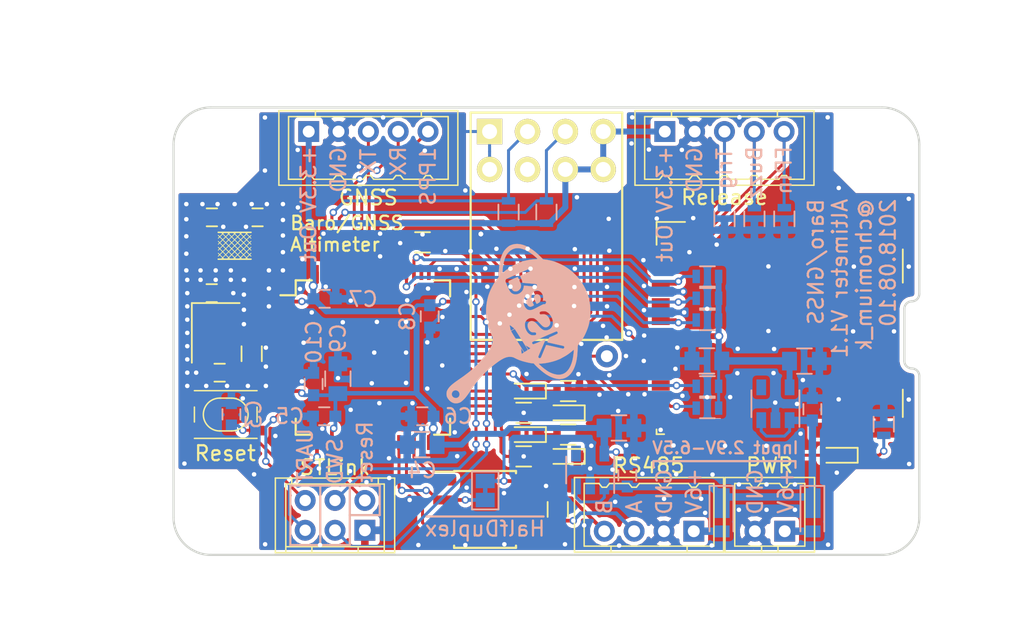
<source format=kicad_pcb>
(kicad_pcb (version 20171130) (host pcbnew "(5.0.0)")
  (layers (0 F.Cu signal) (31 B.Cu signal) (34 B.Paste user hide) (35 F.Paste user hide) (36 B.SilkS user) (37 F.SilkS user) (38 B.Mask user) (39 F.Mask user) (44 Edge.Cuts user))
  (net 0 "")
  (net 1 GND)
  (net 2 +6V)
  (net 3 +3V3)
  (net 4 /RESET)
  (net 5 /HSE_IN)
  (net 6 "Net-(C12-Pad1)")
  (net 7 /LSE_IN)
  (net 8 /LSE_OUT)
  (net 9 "Net-(D1-Pad1)")
  (net 10 /LED_R)
  (net 11 "Net-(D3-Pad1)")
  (net 12 /LED_Y)
  (net 13 /LED_G)
  (net 14 /LED_B)
  (net 15 "Net-(D5-Pad1)")
  (net 16 /SWDIO)
  (net 17 /SWCLK)
  (net 18 /DEBUG_RX)
  (net 19 /DEBUG_TX)
  (net 20 /SD_DAT2)
  (net 21 /SD_DAT3)
  (net 22 "Net-(J3-Pad5)")
  (net 23 /SD_DAT0)
  (net 24 /SD_DAT1)
  (net 25 /SD_CMD)
  (net 26 "Net-(J5-Pad3)")
  (net 27 "Net-(J5-Pad4)")
  (net 28 /RS485_EN)
  (net 29 /HSE_OUT)
  (net 30 /SD_CLK)
  (net 31 /I2C1_SDA)
  (net 32 /I2C1_SCL)
  (net 33 /RS485_TX)
  (net 34 /RS485_RX)
  (net 35 /GNSS_RX)
  (net 36 /GNSS_TX)
  (net 37 /GNSS_1PPS)
  (net 38 /FLIGHTPIN)
  (net 39 /BUZZER)
  (net 40 /TRIGGER)
  (net 41 "Net-(D2-Pad2)")
  (net 42 "Net-(D4-Pad2)")
  (net 43 "Net-(TP1-Pad1)")
  (net 44 "Net-(D6-Pad2)")
  (net 45 "Net-(D7-Pad2)")
  (net 46 VDD)
  (module KUT_Sensor:Strawberry-Linux_Module_8P_NoHole (layer F.Cu) (at 150 77.9655 180)
    (fp_text reference U2 hide)
    (fp_text value LPS22HB_Module)
    (pad 8 thru_hole circle (at -3.81 3.81 180) (size 1.7 1.7) (drill 1) (layers *.Cu *.Mask F.SilkS) (net 3 +3V3))
    (pad 7 thru_hole circle (at -1.27 3.81 180) (size 1.7 1.7) (drill 1) (layers *.Cu *.Mask F.SilkS) (net 3 +3V3))
    (pad 6 thru_hole circle (at 1.27 3.81 180) (size 1.7 1.7) (drill 1) (layers *.Cu *.Mask F.SilkS))
    (pad 5 thru_hole circle (at 3.81 3.81 180) (size 1.7 1.7) (drill 1) (layers *.Cu *.Mask F.SilkS) (net 1 GND))
    (pad 4 thru_hole circle (at -3.81 6.35 180) (size 1.7 1.7) (drill 1) (layers *.Cu *.Mask F.SilkS) (net 3 +3V3))
    (pad 3 thru_hole circle (at -1.27 6.35 180) (size 1.7 1.7) (drill 1) (layers *.Cu *.Mask F.SilkS) (net 32 /I2C1_SCL))
    (pad 2 thru_hole circle (at 1.27 6.35 180) (size 1.7 1.7) (drill 1) (layers *.Cu *.Mask F.SilkS) (net 31 /I2C1_SDA))
    (pad 1 thru_hole rect (at 3.81 6.35 180) (size 1.7 1.7) (drill 1) (layers *.Cu *.Mask F.SilkS) (net 1 GND))
  )
  (module temp:DF11-6DP-2DSA (layer F.Cu) (at 135.8268 98.349)
    (fp_text reference J2 hide)
    (fp_text value STLink)
    (pad 6 thru_hole circle (at -2 -2) (size 1.4 1.4) (drill 0.762) (layers *.Cu *.Mask) (net 19 /DEBUG_TX))
    (pad 5 thru_hole circle (at -2 0) (size 1.4 1.4) (drill 0.762) (layers *.Cu *.Mask) (net 18 /DEBUG_RX))
    (pad 4 thru_hole circle (at 0 -2) (size 1.4 1.4) (drill 0.762) (layers *.Cu *.Mask) (net 17 /SWCLK))
    (pad 3 thru_hole circle (at 0 0) (size 1.4 1.4) (drill 0.8) (layers *.Cu *.Mask) (net 16 /SWDIO))
    (pad 1 thru_hole rect (at 2 0) (size 1.4 1.4) (drill 0.8) (layers *.Cu *.Mask) (net 1 GND))
    (pad 2 thru_hole circle (at 2 -2) (size 1.4 1.4) (drill 0.8) (layers *.Cu *.Mask) (net 4 /RESET))
  )
  (module Resistors_SMD:R_0603 (layer F.Cu) (at 150.762 96.952 90)
    (fp_text reference R13 hide)
    (fp_text value 120)
    (pad 1 smd rect (at -0.75 0 90) (size 0.5 0.9) (layers F.Cu F.Paste F.Mask) (net 26 "Net-(J5-Pad3)"))
    (pad 2 smd rect (at 0.75 0 90) (size 0.5 0.9) (layers F.Cu F.Paste F.Mask) (net 27 "Net-(J5-Pad4)"))
  )
  (module Mounting_Holes:MountingHole_3.2mm_M3 (layer F.Cu) (at 127.75 72.75)
    (fp_text reference REF** hide)
    (fp_text value MountingHole_3.2mm_M3)
    (pad 1 np_thru_hole circle (at 0 0) (size 3.2 3.2) (drill 3.2) (layers *.Cu *.Mask))
  )
  (module Mounting_Holes:MountingHole_3.2mm_M3 (layer F.Cu) (at 172.25 72.75)
    (fp_text reference REF** hide)
    (fp_text value MountingHole_3.2mm_M3)
    (pad 1 np_thru_hole circle (at 0 0) (size 3.2 3.2) (drill 3.2) (layers *.Cu *.Mask))
  )
  (module Capacitors_SMD:C_0603 (layer B.Cu) (at 155.4226 94.6658 90)
    (fp_text reference C1 hide)
    (fp_text value 0.1u)
    (pad 2 smd rect (at 0.75 0 90) (size 0.8 0.75) (layers B.Cu B.Paste B.Mask) (net 1 GND))
    (pad 1 smd rect (at -0.75 0 90) (size 0.8 0.75) (layers B.Cu B.Paste B.Mask) (net 2 +6V))
  )
  (module Mounting_Holes:MountingHole_3.2mm_M3 (layer F.Cu) (at 172.25 97.25)
    (fp_text reference REF** hide)
    (fp_text value MountingHole_3.2mm_M3)
    (pad 1 np_thru_hole circle (at 0 0) (size 3.2 3.2) (drill 3.2) (layers *.Cu *.Mask))
  )
  (module TO_SOT_Packages_SMD:SOT-23-5 (layer B.Cu) (at 152.9334 94.3102 90)
    (fp_text reference VR1 hide)
    (fp_text value NJM12888)
    (pad 5 smd rect (at 1.1 0.95 90) (size 1.06 0.65) (layers B.Cu B.Paste B.Mask) (net 3 +3V3))
    (pad 4 smd rect (at 1.1 -0.95 90) (size 1.06 0.65) (layers B.Cu B.Paste B.Mask))
    (pad 3 smd rect (at -1.1 -0.95 90) (size 1.06 0.65) (layers B.Cu B.Paste B.Mask) (net 2 +6V))
    (pad 2 smd rect (at -1.1 0 90) (size 1.06 0.65) (layers B.Cu B.Paste B.Mask) (net 1 GND))
    (pad 1 smd rect (at -1.1 0.95 90) (size 1.06 0.65) (layers B.Cu B.Paste B.Mask) (net 2 +6V))
  )
  (module Capacitors_SMD:C_0805 (layer B.Cu) (at 154.8638 91.4908)
    (fp_text reference C2 hide)
    (fp_text value 0.47u)
    (pad 2 smd rect (at 1 0) (size 1 1.25) (layers B.Cu B.Paste B.Mask) (net 1 GND))
    (pad 1 smd rect (at -1 0) (size 1 1.25) (layers B.Cu B.Paste B.Mask) (net 3 +3V3))
  )
  (module Capacitors_SMD:C_0603 (layer B.Cu) (at 128.8796 90.5764 90)
    (fp_text reference C3 (at 0 1.5 90) (layer B.SilkS) (effects (justify mirror)))
    (fp_text value 0.1u)
    (pad 2 smd rect (at 0.75 0 90) (size 0.8 0.75) (layers B.Cu B.Paste B.Mask) (net 1 GND))
    (pad 1 smd rect (at -0.75 0 90) (size 0.8 0.75) (layers B.Cu B.Paste B.Mask) (net 4 /RESET))
  )
  (module Capacitors_SMD:C_0805 (layer B.Cu) (at 141.6688 92.6086 180)
    (fp_text reference C4 (at 0 -1.7272 180) (layer B.SilkS) (effects (justify mirror)))
    (fp_text value 4.7u)
    (pad 1 smd rect (at -1 0 180) (size 1 1.25) (layers B.Cu B.Paste B.Mask) (net 3 +3V3))
    (pad 2 smd rect (at 1 0 180) (size 1 1.25) (layers B.Cu B.Paste B.Mask) (net 1 GND))
  )
  (module Capacitors_SMD:C_0603 (layer B.Cu) (at 135.1026 90.7034 180)
    (fp_text reference C5 (at 2.3238 -0.0002 180) (layer B.SilkS) (effects (justify mirror)))
    (fp_text value 0.1u)
    (pad 2 smd rect (at 0.75 0 180) (size 0.8 0.75) (layers B.Cu B.Paste B.Mask) (net 1 GND))
    (pad 1 smd rect (at -0.75 0 180) (size 0.8 0.75) (layers B.Cu B.Paste B.Mask) (net 3 +3V3))
  )
  (module Capacitors_SMD:C_0603 (layer B.Cu) (at 141.6812 90.7034 180)
    (fp_text reference C6 (at -2.4006 -0.0002 180) (layer B.SilkS) (effects (justify mirror)))
    (fp_text value 0.1u)
    (pad 1 smd rect (at -0.75 0 180) (size 0.8 0.75) (layers B.Cu B.Paste B.Mask) (net 3 +3V3))
    (pad 2 smd rect (at 0.75 0 180) (size 0.8 0.75) (layers B.Cu B.Paste B.Mask) (net 1 GND))
  )
  (module Capacitors_SMD:C_0603 (layer B.Cu) (at 135.128 82.8294)
    (fp_text reference C7 (at 2.5784 0.0256) (layer B.SilkS) (effects (justify mirror)))
    (fp_text value 0.1u)
    (pad 2 smd rect (at 0.75 0) (size 0.8 0.75) (layers B.Cu B.Paste B.Mask) (net 1 GND))
    (pad 1 smd rect (at -0.75 0) (size 0.8 0.75) (layers B.Cu B.Paste B.Mask) (net 3 +3V3))
  )
  (module Capacitors_SMD:C_0603 (layer B.Cu) (at 142.1765 84.0105 270)
    (fp_text reference C8 (at 0 1.5 270) (layer B.SilkS) (effects (justify mirror)))
    (fp_text value 0.1u)
    (pad 1 smd rect (at -0.75 0 270) (size 0.8 0.75) (layers B.Cu B.Paste B.Mask) (net 3 +3V3))
    (pad 2 smd rect (at 0.75 0 270) (size 0.8 0.75) (layers B.Cu B.Paste B.Mask) (net 1 GND))
  )
  (module Capacitors_SMD:C_0805 (layer B.Cu) (at 136.017 88.1888 90)
    (fp_text reference C9 (at 2.7176 0.013 90) (layer B.SilkS) (effects (justify mirror)))
    (fp_text value 1u)
    (pad 1 smd rect (at -1 0 90) (size 1 1.25) (layers B.Cu B.Paste B.Mask) (net 3 +3V3))
    (pad 2 smd rect (at 1 0 90) (size 1 1.25) (layers B.Cu B.Paste B.Mask) (net 1 GND))
  )
  (module Capacitors_SMD:C_0603 (layer B.Cu) (at 134.3914 88.5444 90)
    (fp_text reference C10 (at 2.8192 0.013 90) (layer B.SilkS) (effects (justify mirror)))
    (fp_text value 0.01u)
    (pad 1 smd rect (at -0.75 0 90) (size 0.8 0.75) (layers B.Cu B.Paste B.Mask) (net 3 +3V3))
    (pad 2 smd rect (at 0.75 0 90) (size 0.8 0.75) (layers B.Cu B.Paste B.Mask) (net 1 GND))
  )
  (module Capacitors_SMD:C_0603 (layer F.Cu) (at 127.5598 82.4486)
    (fp_text reference C11 hide)
    (fp_text value 12p)
    (pad 1 smd rect (at -0.75 0) (size 0.8 0.75) (layers F.Cu F.Paste F.Mask) (net 5 /HSE_IN))
    (pad 2 smd rect (at 0.75 0) (size 0.8 0.75) (layers F.Cu F.Paste F.Mask) (net 1 GND))
  )
  (module Capacitors_SMD:C_0603 (layer F.Cu) (at 128.0918 87.7826 180)
    (fp_text reference C12 hide)
    (fp_text value 12p)
    (pad 2 smd rect (at 0.75 0 180) (size 0.8 0.75) (layers F.Cu F.Paste F.Mask) (net 1 GND))
    (pad 1 smd rect (at -0.75 0 180) (size 0.8 0.75) (layers F.Cu F.Paste F.Mask) (net 6 "Net-(C12-Pad1)"))
  )
  (module Capacitors_SMD:C_0603 (layer F.Cu) (at 130.631801 77.3686 180)
    (fp_text reference C13 hide)
    (fp_text value 12p)
    (pad 1 smd rect (at -0.75 0 180) (size 0.8 0.75) (layers F.Cu F.Paste F.Mask) (net 7 /LSE_IN))
    (pad 2 smd rect (at 0.75 0 180) (size 0.8 0.75) (layers F.Cu F.Paste F.Mask) (net 1 GND))
  )
  (module Capacitors_SMD:C_0603 (layer F.Cu) (at 127.5718 77.3686)
    (fp_text reference C14 hide)
    (fp_text value 12p)
    (pad 2 smd rect (at 0.75 0) (size 0.8 0.75) (layers F.Cu F.Paste F.Mask) (net 1 GND))
    (pad 1 smd rect (at -0.75 0) (size 0.8 0.75) (layers F.Cu F.Paste F.Mask) (net 8 /LSE_OUT))
  )
  (module Capacitors_SMD:C_0805 (layer B.Cu) (at 160.7566 86.995 180)
    (fp_text reference C15 hide)
    (fp_text value 1u)
    (pad 2 smd rect (at 1 0 180) (size 1 1.25) (layers B.Cu B.Paste B.Mask) (net 1 GND))
    (pad 1 smd rect (at -1 0 180) (size 1 1.25) (layers B.Cu B.Paste B.Mask) (net 46 VDD))
  )
  (module LEDs:LED_0603 (layer F.Cu) (at 169.5704 93.3196 180)
    (fp_text reference D1 hide)
    (fp_text value PWR)
    (pad 1 smd rect (at -0.8 0) (size 0.8 0.8) (layers F.Cu F.Paste F.Mask) (net 9 "Net-(D1-Pad1)"))
    (pad 2 smd rect (at 0.8 0) (size 0.8 0.8) (layers F.Cu F.Paste F.Mask) (net 3 +3V3))
  )
  (module LEDs:LED_0603 (layer F.Cu) (at 151.27 93.396 180)
    (fp_text reference D2 hide)
    (fp_text value LED_R)
    (pad 2 smd rect (at 0.8 0) (size 0.8 0.8) (layers F.Cu F.Paste F.Mask) (net 41 "Net-(D2-Pad2)"))
    (pad 1 smd rect (at -0.8 0) (size 0.8 0.8) (layers F.Cu F.Paste F.Mask) (net 1 GND))
  )
  (module LEDs:LED_0603 (layer F.Cu) (at 148.6665 91.9355 180)
    (fp_text reference D3 hide)
    (fp_text value LED_Y)
    (pad 1 smd rect (at -0.8 0) (size 0.8 0.8) (layers F.Cu F.Paste F.Mask) (net 11 "Net-(D3-Pad1)"))
    (pad 2 smd rect (at 0.8 0) (size 0.8 0.8) (layers F.Cu F.Paste F.Mask) (net 13 /LED_G))
  )
  (module LEDs:LED_0603 (layer F.Cu) (at 151.27 90.475 180)
    (fp_text reference D4 hide)
    (fp_text value LED_G)
    (pad 1 smd rect (at -0.8 0) (size 0.8 0.8) (layers F.Cu F.Paste F.Mask) (net 1 GND))
    (pad 2 smd rect (at 0.8 0) (size 0.8 0.8) (layers F.Cu F.Paste F.Mask) (net 42 "Net-(D4-Pad2)"))
  )
  (module LEDs:LED_0603 (layer F.Cu) (at 148.6665 89.0145 180)
    (fp_text reference D5 hide)
    (fp_text value LED_B)
    (pad 2 smd rect (at 0.8 0) (size 0.8 0.8) (layers F.Cu F.Paste F.Mask) (net 10 /LED_R))
    (pad 1 smd rect (at -0.8 0) (size 0.8 0.8) (layers F.Cu F.Paste F.Mask) (net 15 "Net-(D5-Pad1)"))
  )
  (module KUT_Connector:DF3A-2P-2DSA (layer F.Cu) (at 164.9766 98.4125)
    (fp_text reference J1 hide)
    (fp_text value PWRIN)
    (pad 2 thru_hole circle (at -1 0) (size 1.4 1.4) (drill 0.8) (layers *.Cu *.Mask) (net 1 GND))
    (pad 1 thru_hole rect (at 1 0) (size 1.4 1.4) (drill 0.8) (layers *.Cu *.Mask) (net 44 "Net-(D6-Pad2)"))
  )
  (module KUT_Connector:DF3A-5P-2DSA (layer F.Cu) (at 138.0625 71.6155 180)
    (fp_text reference J4 hide)
    (fp_text value GNSS)
    (pad 5 thru_hole circle (at -4 0 180) (size 1.4 1.4) (drill 0.8) (layers *.Cu *.Mask) (net 37 /GNSS_1PPS))
    (pad 4 thru_hole circle (at -2 0 180) (size 1.4 1.4) (drill 0.8) (layers *.Cu *.Mask) (net 35 /GNSS_RX))
    (pad 3 thru_hole circle (at 0 0 180) (size 1.4 1.4) (drill 0.8) (layers *.Cu *.Mask) (net 36 /GNSS_TX))
    (pad 1 thru_hole rect (at 4 0 180) (size 1.4 1.4) (drill 0.8) (layers *.Cu *.Mask) (net 3 +3V3))
    (pad 2 thru_hole circle (at 2 0 180) (size 1.4 1.4) (drill 0.8) (layers *.Cu *.Mask) (net 1 GND))
  )
  (module KUT_Connector:DF3A-4P-2DSA (layer F.Cu) (at 156.8806 98.4125)
    (fp_text reference J5 hide)
    (fp_text value RS485)
    (pad 2 thru_hole circle (at 1 0) (size 1.4 1.4) (drill 0.8) (layers *.Cu *.Mask) (net 1 GND))
    (pad 1 thru_hole rect (at 3 0) (size 1.4 1.4) (drill 0.8) (layers *.Cu *.Mask) (net 45 "Net-(D7-Pad2)"))
    (pad 3 thru_hole circle (at -1 0) (size 1.4 1.4) (drill 0.8) (layers *.Cu *.Mask) (net 26 "Net-(J5-Pad3)"))
    (pad 4 thru_hole circle (at -3 0) (size 1.4 1.4) (drill 0.8) (layers *.Cu *.Mask) (net 27 "Net-(J5-Pad4)"))
  )
  (module temp:GS2-Bridged (layer B.Cu) (at 145.8979 95.682 180)
    (fp_text reference JP1 hide)
    (fp_text value ~HalfDuplex)
    (fp_line (start 0 0.5) (end 0 -0.5) (layer B.Cu) (width 0.3))
    (pad 2 smd rect (at 0 -0.64 180) (size 1.27 0.97) (layers B.Cu B.Paste B.Mask) (net 28 /RS485_EN))
    (pad 1 smd rect (at 0 0.64 180) (size 1.27 0.97) (layers B.Cu B.Paste B.Mask) (net 3 +3V3))
  )
  (module Resistors_SMD:R_0603 (layer B.Cu) (at 172.6184 91.2368 90)
    (fp_text reference R1 hide)
    (fp_text value 300)
    (pad 2 smd rect (at 0.75 0 90) (size 0.5 0.9) (layers B.Cu B.Paste B.Mask) (net 1 GND))
    (pad 1 smd rect (at -0.75 0 90) (size 0.5 0.9) (layers B.Cu B.Paste B.Mask) (net 9 "Net-(D1-Pad1)"))
  )
  (module Resistors_SMD:R_0603 (layer F.Cu) (at 148.476 93.396 180)
    (fp_text reference R2 hide)
    (fp_text value 300)
    (pad 1 smd rect (at -0.75 0 180) (size 0.5 0.9) (layers F.Cu F.Paste F.Mask) (net 41 "Net-(D2-Pad2)"))
    (pad 2 smd rect (at 0.75 0 180) (size 0.5 0.9) (layers F.Cu F.Paste F.Mask) (net 14 /LED_B))
  )
  (module Resistors_SMD:R_0603 (layer F.Cu) (at 151.4605 91.9355 180)
    (fp_text reference R3 hide)
    (fp_text value 300)
    (pad 2 smd rect (at 0.75 0 180) (size 0.5 0.9) (layers F.Cu F.Paste F.Mask) (net 11 "Net-(D3-Pad1)"))
    (pad 1 smd rect (at -0.75 0 180) (size 0.5 0.9) (layers F.Cu F.Paste F.Mask) (net 1 GND))
  )
  (module Resistors_SMD:R_0603 (layer F.Cu) (at 148.476 90.475 180)
    (fp_text reference R4 hide)
    (fp_text value 300)
    (pad 1 smd rect (at -0.75 0 180) (size 0.5 0.9) (layers F.Cu F.Paste F.Mask) (net 42 "Net-(D4-Pad2)"))
    (pad 2 smd rect (at 0.75 0 180) (size 0.5 0.9) (layers F.Cu F.Paste F.Mask) (net 12 /LED_Y))
  )
  (module Resistors_SMD:R_0603 (layer F.Cu) (at 151.4605 89.0145 180)
    (fp_text reference R5 hide)
    (fp_text value 300)
    (pad 2 smd rect (at 0.75 0 180) (size 0.5 0.9) (layers F.Cu F.Paste F.Mask) (net 15 "Net-(D5-Pad1)"))
    (pad 1 smd rect (at -0.75 0 180) (size 0.5 0.9) (layers F.Cu F.Paste F.Mask) (net 1 GND))
  )
  (module Resistors_SMD:R_0603 (layer F.Cu) (at 130.2388 86.5126 270)
    (fp_text reference R6 hide)
    (fp_text value 80)
    (pad 2 smd rect (at 0.75 0 270) (size 0.5 0.9) (layers F.Cu F.Paste F.Mask) (net 6 "Net-(C12-Pad1)"))
    (pad 1 smd rect (at -0.75 0 270) (size 0.5 0.9) (layers F.Cu F.Paste F.Mask) (net 29 /HSE_OUT))
  )
  (module Resistors_SMD:R_0603 (layer B.Cu) (at 160.795 81.331 180)
    (fp_text reference R7 hide)
    (fp_text value 22k)
    (pad 1 smd rect (at -0.75 0 180) (size 0.5 0.9) (layers B.Cu B.Paste B.Mask) (net 46 VDD))
    (pad 2 smd rect (at 0.75 0 180) (size 0.5 0.9) (layers B.Cu B.Paste B.Mask) (net 20 /SD_DAT2))
  )
  (module Resistors_SMD:R_0603 (layer B.Cu) (at 160.795 82.7915 180)
    (fp_text reference R8 hide)
    (fp_text value 22k)
    (pad 1 smd rect (at -0.75 0 180) (size 0.5 0.9) (layers B.Cu B.Paste B.Mask) (net 46 VDD))
    (pad 2 smd rect (at 0.75 0 180) (size 0.5 0.9) (layers B.Cu B.Paste B.Mask) (net 21 /SD_DAT3))
  )
  (module Resistors_SMD:R_0603 (layer B.Cu) (at 160.795 84.252 180)
    (fp_text reference R9 hide)
    (fp_text value 22k)
    (pad 2 smd rect (at 0.75 0 180) (size 0.5 0.9) (layers B.Cu B.Paste B.Mask) (net 25 /SD_CMD))
    (pad 1 smd rect (at -0.75 0 180) (size 0.5 0.9) (layers B.Cu B.Paste B.Mask) (net 46 VDD))
  )
  (module Resistors_SMD:R_0603 (layer B.Cu) (at 160.795 88.697 180)
    (fp_text reference R10 hide)
    (fp_text value 22k)
    (pad 1 smd rect (at -0.75 0 180) (size 0.5 0.9) (layers B.Cu B.Paste B.Mask) (net 46 VDD))
    (pad 2 smd rect (at 0.75 0 180) (size 0.5 0.9) (layers B.Cu B.Paste B.Mask) (net 23 /SD_DAT0))
  )
  (module Resistors_SMD:R_0603 (layer B.Cu) (at 160.795 90.1575 180)
    (fp_text reference R11 hide)
    (fp_text value 22k)
    (pad 2 smd rect (at 0.75 0 180) (size 0.5 0.9) (layers B.Cu B.Paste B.Mask) (net 24 /SD_DAT1))
    (pad 1 smd rect (at -0.75 0 180) (size 0.5 0.9) (layers B.Cu B.Paste B.Mask) (net 46 VDD))
  )
  (module Resistors_SMD:R_0603 (layer F.Cu) (at 141.6935 79.045 180)
    (fp_text reference R12 hide)
    (fp_text value 0-47)
    (pad 2 smd rect (at 0.75 0 180) (size 0.5 0.9) (layers F.Cu F.Paste F.Mask) (net 30 /SD_CLK))
    (pad 1 smd rect (at -0.75 0 180) (size 0.5 0.9) (layers F.Cu F.Paste F.Mask) (net 22 "Net-(J3-Pad5)"))
  )
  (module temp:SW_SPST_SKRPACE010 (layer F.Cu) (at 128.4986 90.5891 180)
    (fp_text reference SW1 hide)
    (fp_text value SW_RESET)
    (pad 4 smd rect (at 2.075 1.075 180) (size 1.05 0.65) (layers F.Cu F.Paste F.Mask) (net 1 GND))
    (pad 3 smd rect (at -2.075 1.075 180) (size 1.05 0.65) (layers F.Cu F.Paste F.Mask) (net 1 GND))
    (pad 2 smd rect (at 2.075 -1.075 180) (size 1.05 0.65) (layers F.Cu F.Paste F.Mask))
    (pad 1 smd rect (at -2.075 -1.075 180) (size 1.05 0.65) (layers F.Cu F.Paste F.Mask) (net 4 /RESET))
  )
  (module Housings_QFP:LQFP-64_10x10mm_Pitch0.5mm (layer F.Cu) (at 138.3668 86.7666)
    (fp_text reference U1 hide)
    (fp_text value STM32L431RBTx)
    (pad 64 smd rect (at -3.75 -5.7 90) (size 1 0.25) (layers F.Cu F.Paste F.Mask) (net 3 +3V3))
    (pad 63 smd rect (at -3.25 -5.7 90) (size 1 0.25) (layers F.Cu F.Paste F.Mask) (net 1 GND))
    (pad 62 smd rect (at -2.75 -5.7 90) (size 1 0.25) (layers F.Cu F.Paste F.Mask) (net 31 /I2C1_SDA))
    (pad 61 smd rect (at -2.25 -5.7 90) (size 1 0.25) (layers F.Cu F.Paste F.Mask) (net 32 /I2C1_SCL))
    (pad 60 smd rect (at -1.75 -5.7 90) (size 1 0.25) (layers F.Cu F.Paste F.Mask))
    (pad 59 smd rect (at -1.25 -5.7 90) (size 1 0.25) (layers F.Cu F.Paste F.Mask) (net 35 /GNSS_RX))
    (pad 58 smd rect (at -0.75 -5.7 90) (size 1 0.25) (layers F.Cu F.Paste F.Mask) (net 36 /GNSS_TX))
    (pad 57 smd rect (at -0.25 -5.7 90) (size 1 0.25) (layers F.Cu F.Paste F.Mask) (net 37 /GNSS_1PPS))
    (pad 56 smd rect (at 0.25 -5.7 90) (size 1 0.25) (layers F.Cu F.Paste F.Mask))
    (pad 55 smd rect (at 0.75 -5.7 90) (size 1 0.25) (layers F.Cu F.Paste F.Mask))
    (pad 54 smd rect (at 1.25 -5.7 90) (size 1 0.25) (layers F.Cu F.Paste F.Mask) (net 25 /SD_CMD))
    (pad 53 smd rect (at 1.75 -5.7 90) (size 1 0.25) (layers F.Cu F.Paste F.Mask) (net 30 /SD_CLK))
    (pad 52 smd rect (at 2.25 -5.7 90) (size 1 0.25) (layers F.Cu F.Paste F.Mask) (net 21 /SD_DAT3))
    (pad 51 smd rect (at 2.75 -5.7 90) (size 1 0.25) (layers F.Cu F.Paste F.Mask) (net 20 /SD_DAT2))
    (pad 50 smd rect (at 3.25 -5.7 90) (size 1 0.25) (layers F.Cu F.Paste F.Mask))
    (pad 49 smd rect (at 3.75 -5.7 90) (size 1 0.25) (layers F.Cu F.Paste F.Mask) (net 17 /SWCLK))
    (pad 48 smd rect (at 5.7 -3.75) (size 1 0.25) (layers F.Cu F.Paste F.Mask) (net 3 +3V3))
    (pad 47 smd rect (at 5.7 -3.25) (size 1 0.25) (layers F.Cu F.Paste F.Mask) (net 1 GND))
    (pad 46 smd rect (at 5.7 -2.75) (size 1 0.25) (layers F.Cu F.Paste F.Mask) (net 16 /SWDIO))
    (pad 45 smd rect (at 5.7 -2.25) (size 1 0.25) (layers F.Cu F.Paste F.Mask))
    (pad 44 smd rect (at 5.7 -1.75) (size 1 0.25) (layers F.Cu F.Paste F.Mask) (net 40 /TRIGGER))
    (pad 43 smd rect (at 5.7 -1.25) (size 1 0.25) (layers F.Cu F.Paste F.Mask) (net 39 /BUZZER))
    (pad 42 smd rect (at 5.7 -0.75) (size 1 0.25) (layers F.Cu F.Paste F.Mask) (net 38 /FLIGHTPIN))
    (pad 41 smd rect (at 5.7 -0.25) (size 1 0.25) (layers F.Cu F.Paste F.Mask) (net 43 "Net-(TP1-Pad1)"))
    (pad 40 smd rect (at 5.7 0.25) (size 1 0.25) (layers F.Cu F.Paste F.Mask) (net 24 /SD_DAT1))
    (pad 39 smd rect (at 5.7 0.75) (size 1 0.25) (layers F.Cu F.Paste F.Mask) (net 23 /SD_DAT0))
    (pad 38 smd rect (at 5.7 1.25) (size 1 0.25) (layers F.Cu F.Paste F.Mask))
    (pad 37 smd rect (at 5.7 1.75) (size 1 0.25) (layers F.Cu F.Paste F.Mask))
    (pad 36 smd rect (at 5.7 2.25) (size 1 0.25) (layers F.Cu F.Paste F.Mask) (net 10 /LED_R))
    (pad 35 smd rect (at 5.7 2.75) (size 1 0.25) (layers F.Cu F.Paste F.Mask) (net 12 /LED_Y))
    (pad 34 smd rect (at 5.7 3.25) (size 1 0.25) (layers F.Cu F.Paste F.Mask) (net 13 /LED_G))
    (pad 33 smd rect (at 5.7 3.75) (size 1 0.25) (layers F.Cu F.Paste F.Mask) (net 14 /LED_B))
    (pad 32 smd rect (at 3.75 5.7 90) (size 1 0.25) (layers F.Cu F.Paste F.Mask) (net 3 +3V3))
    (pad 31 smd rect (at 3.25 5.7 90) (size 1 0.25) (layers F.Cu F.Paste F.Mask) (net 1 GND))
    (pad 30 smd rect (at 2.75 5.7 90) (size 1 0.25) (layers F.Cu F.Paste F.Mask) (net 34 /RS485_RX))
    (pad 29 smd rect (at 2.25 5.7 90) (size 1 0.25) (layers F.Cu F.Paste F.Mask) (net 33 /RS485_TX))
    (pad 28 smd rect (at 1.75 5.7 90) (size 1 0.25) (layers F.Cu F.Paste F.Mask) (net 28 /RS485_EN))
    (pad 27 smd rect (at 1.25 5.7 90) (size 1 0.25) (layers F.Cu F.Paste F.Mask))
    (pad 26 smd rect (at 0.75 5.7 90) (size 1 0.25) (layers F.Cu F.Paste F.Mask))
    (pad 25 smd rect (at 0.25 5.7 90) (size 1 0.25) (layers F.Cu F.Paste F.Mask))
    (pad 24 smd rect (at -0.25 5.7 90) (size 1 0.25) (layers F.Cu F.Paste F.Mask))
    (pad 23 smd rect (at -0.75 5.7 90) (size 1 0.25) (layers F.Cu F.Paste F.Mask))
    (pad 22 smd rect (at -1.25 5.7 90) (size 1 0.25) (layers F.Cu F.Paste F.Mask))
    (pad 21 smd rect (at -1.75 5.7 90) (size 1 0.25) (layers F.Cu F.Paste F.Mask))
    (pad 20 smd rect (at -2.25 5.7 90) (size 1 0.25) (layers F.Cu F.Paste F.Mask))
    (pad 19 smd rect (at -2.75 5.7 90) (size 1 0.25) (layers F.Cu F.Paste F.Mask) (net 3 +3V3))
    (pad 18 smd rect (at -3.25 5.7 90) (size 1 0.25) (layers F.Cu F.Paste F.Mask) (net 1 GND))
    (pad 17 smd rect (at -3.75 5.7 90) (size 1 0.25) (layers F.Cu F.Paste F.Mask) (net 18 /DEBUG_RX))
    (pad 16 smd rect (at -5.7 3.75) (size 1 0.25) (layers F.Cu F.Paste F.Mask) (net 19 /DEBUG_TX))
    (pad 15 smd rect (at -5.7 3.25) (size 1 0.25) (layers F.Cu F.Paste F.Mask))
    (pad 14 smd rect (at -5.7 2.75) (size 1 0.25) (layers F.Cu F.Paste F.Mask))
    (pad 13 smd rect (at -5.7 2.25) (size 1 0.25) (layers F.Cu F.Paste F.Mask) (net 3 +3V3))
    (pad 12 smd rect (at -5.7 1.75) (size 1 0.25) (layers F.Cu F.Paste F.Mask) (net 1 GND))
    (pad 11 smd rect (at -5.7 1.25) (size 1 0.25) (layers F.Cu F.Paste F.Mask))
    (pad 10 smd rect (at -5.7 0.75) (size 1 0.25) (layers F.Cu F.Paste F.Mask))
    (pad 9 smd rect (at -5.7 0.25) (size 1 0.25) (layers F.Cu F.Paste F.Mask))
    (pad 8 smd rect (at -5.7 -0.25) (size 1 0.25) (layers F.Cu F.Paste F.Mask))
    (pad 7 smd rect (at -5.7 -0.75) (size 1 0.25) (layers F.Cu F.Paste F.Mask) (net 4 /RESET))
    (pad 6 smd rect (at -5.7 -1.25) (size 1 0.25) (layers F.Cu F.Paste F.Mask) (net 29 /HSE_OUT))
    (pad 5 smd rect (at -5.7 -1.75) (size 1 0.25) (layers F.Cu F.Paste F.Mask) (net 5 /HSE_IN))
    (pad 4 smd rect (at -5.7 -2.25) (size 1 0.25) (layers F.Cu F.Paste F.Mask) (net 8 /LSE_OUT))
    (pad 3 smd rect (at -5.7 -2.75) (size 1 0.25) (layers F.Cu F.Paste F.Mask) (net 7 /LSE_IN))
    (pad 2 smd rect (at -5.7 -3.25) (size 1 0.25) (layers F.Cu F.Paste F.Mask))
    (pad 1 smd rect (at -5.7 -3.75) (size 1 0.25) (layers F.Cu F.Paste F.Mask) (net 3 +3V3))
  )
  (module Housings_SOIC:SOIC-8_3.9x4.9mm_Pitch1.27mm (layer F.Cu) (at 145.8852 96.952)
    (fp_text reference U3 hide)
    (fp_text value ST1480AxDR)
    (pad 8 smd rect (at 2.7 -1.905) (size 1.55 0.6) (layers F.Cu F.Paste F.Mask) (net 3 +3V3))
    (pad 7 smd rect (at 2.7 -0.635) (size 1.55 0.6) (layers F.Cu F.Paste F.Mask) (net 27 "Net-(J5-Pad4)"))
    (pad 6 smd rect (at 2.7 0.635) (size 1.55 0.6) (layers F.Cu F.Paste F.Mask) (net 26 "Net-(J5-Pad3)"))
    (pad 5 smd rect (at 2.7 1.905) (size 1.55 0.6) (layers F.Cu F.Paste F.Mask) (net 1 GND))
    (pad 4 smd rect (at -2.7 1.905) (size 1.55 0.6) (layers F.Cu F.Paste F.Mask) (net 33 /RS485_TX))
    (pad 3 smd rect (at -2.7 0.635) (size 1.55 0.6) (layers F.Cu F.Paste F.Mask) (net 28 /RS485_EN))
    (pad 2 smd rect (at -2.7 -0.635) (size 1.55 0.6) (layers F.Cu F.Paste F.Mask) (net 28 /RS485_EN))
    (pad 1 smd rect (at -2.7 -1.905) (size 1.55 0.6) (layers F.Cu F.Paste F.Mask) (net 34 /RS485_RX))
  )
  (module Crystals:Crystal_SMD_SeikoEpson_FA238-4pin_3.2x2.5mm (layer F.Cu) (at 127.8258 85.1156 270)
    (fp_text reference Y1 hide)
    (fp_text value FA238-20MHz)
    (pad 4 smd rect (at -1.1 -0.8 270) (size 1.4 1.2) (layers F.Cu F.Paste F.Mask) (net 1 GND))
    (pad 3 smd rect (at 1.1 -0.8 270) (size 1.4 1.2) (layers F.Cu F.Paste F.Mask) (net 6 "Net-(C12-Pad1)"))
    (pad 2 smd rect (at 1.1 0.8 270) (size 1.4 1.2) (layers F.Cu F.Paste F.Mask) (net 1 GND))
    (pad 1 smd rect (at -1.1 0.8 270) (size 1.4 1.2) (layers F.Cu F.Paste F.Mask) (net 5 /HSE_IN))
  )
  (module temp:Crystal_SMD_SeikoEpson_FC255-2pin_4.9x1.8mm (layer F.Cu) (at 129.0958 79.2736 180)
    (fp_text reference Y2 hide)
    (fp_text value FC255-32.768kHz)
    (pad 2 smd rect (at 2.1 0 180) (size 1.3 2.2) (layers F.Cu F.Paste F.Mask) (net 8 /LSE_OUT))
    (pad 1 smd rect (at -2.1 0 180) (size 1.3 2.2) (layers F.Cu F.Paste F.Mask) (net 7 /LSE_IN))
  )
  (module Connectors_Hirose:microSD_Card_Receptacle_Hirose_DM3AT-SF-PEJM5 (layer F.Cu) (at 165.2146 84.887 90)
    (fp_text reference J3 hide)
    (fp_text value Micro_SD_Card_Det_Hirose_DM3AT)
    (pad 9 smd rect (at -5.8 -7.55 90) (size 0.7 1.2) (layers F.Cu F.Paste F.Mask))
    (pad 8 smd rect (at -4.85 -7.55 90) (size 0.7 1.2) (layers F.Cu F.Paste F.Mask) (net 24 /SD_DAT1))
    (pad 1 smd rect (at 2.85 -7.55 90) (size 0.7 1.2) (layers F.Cu F.Paste F.Mask) (net 20 /SD_DAT2))
    (pad 2 smd rect (at 1.75 -7.55 90) (size 0.7 1.2) (layers F.Cu F.Paste F.Mask) (net 21 /SD_DAT3))
    (pad 3 smd rect (at 0.65 -7.55 90) (size 0.7 1.2) (layers F.Cu F.Paste F.Mask) (net 25 /SD_CMD))
    (pad 4 smd rect (at -0.45 -7.55 90) (size 0.7 1.2) (layers F.Cu F.Paste F.Mask) (net 46 VDD))
    (pad 5 smd rect (at -1.55 -7.55 90) (size 0.7 1.2) (layers F.Cu F.Paste F.Mask) (net 22 "Net-(J3-Pad5)"))
    (pad 6 smd rect (at -2.65 -7.55 90) (size 0.7 1.2) (layers F.Cu F.Paste F.Mask) (net 1 GND))
    (pad 7 smd rect (at -3.75 -7.55 90) (size 0.7 1.2) (layers F.Cu F.Paste F.Mask) (net 23 /SD_DAT0))
    (pad 11 smd rect (at 4.4 -7.55 90) (size 1 1.2) (layers F.Cu F.Paste F.Mask) (net 1 GND))
    (pad 11 smd rect (at -6.75 -3.25 90) (size 1 1.2) (layers F.Cu F.Paste F.Mask) (net 1 GND))
    (pad 10 smd rect (at -6.75 2.95 90) (size 1 0.8) (layers F.Cu F.Paste F.Mask))
    (pad 11 smd rect (at -6.75 7.1 90) (size 1 2.8) (layers F.Cu F.Paste F.Mask) (net 1 GND))
    (pad 11 smd rect (at 6.75 7.55 90) (size 1.3 1.9) (layers F.Cu F.Paste F.Mask) (net 1 GND))
  )
  (module Mounting_Holes:MountingHole_3.2mm_M3 (layer F.Cu) (at 127.75 97.25)
    (fp_text reference REF** hide)
    (fp_text value MountingHole_3.2mm_M3)
    (pad 1 np_thru_hole circle (at 0 0) (size 3.2 3.2) (drill 3.2) (layers *.Cu *.Mask))
  )
  (module KUT_Connector:DF3A-5P-2DSA (layer F.Cu) (at 161.9375 71.6155 180)
    (fp_text reference J6 hide)
    (fp_text value ReleaseSys)
    (pad 5 thru_hole circle (at -4 0 180) (size 1.4 1.4) (drill 0.8) (layers *.Cu *.Mask) (net 38 /FLIGHTPIN))
    (pad 4 thru_hole circle (at -2 0 180) (size 1.4 1.4) (drill 0.8) (layers *.Cu *.Mask) (net 39 /BUZZER))
    (pad 3 thru_hole circle (at 0 0 180) (size 1.4 1.4) (drill 0.8) (layers *.Cu *.Mask) (net 40 /TRIGGER))
    (pad 1 thru_hole rect (at 4 0 180) (size 1.4 1.4) (drill 0.8) (layers *.Cu *.Mask) (net 3 +3V3))
    (pad 2 thru_hole circle (at 2 0 180) (size 1.4 1.4) (drill 0.8) (layers *.Cu *.Mask) (net 1 GND))
  )
  (module Resistors_SMD:R_0603 (layer B.Cu) (at 147.46 77.013 90)
    (fp_text reference R14 hide)
    (fp_text value 10k)
    (pad 2 smd rect (at 0.75 0 90) (size 0.5 0.9) (layers B.Cu B.Paste B.Mask) (net 31 /I2C1_SDA))
    (pad 1 smd rect (at -0.75 0 90) (size 0.5 0.9) (layers B.Cu B.Paste B.Mask) (net 3 +3V3))
  )
  (module Resistors_SMD:R_0603 (layer B.Cu) (at 150 77.013 90)
    (fp_text reference R15 hide)
    (fp_text value 10k)
    (pad 1 smd rect (at -0.75 0 90) (size 0.5 0.9) (layers B.Cu B.Paste B.Mask) (net 3 +3V3))
    (pad 2 smd rect (at 0.75 0 90) (size 0.5 0.9) (layers B.Cu B.Paste B.Mask) (net 32 /I2C1_SCL))
  )
  (module Measurement_Points:Measurement_Point_Round-TH_Small (layer F.Cu) (at 154.051 86.6775)
    (fp_text reference TP1 hide)
    (fp_text value MCO)
    (pad 1 thru_hole circle (at 0 0) (size 1.5 1.5) (drill 0.8) (layers *.Cu *.Mask) (net 43 "Net-(TP1-Pad1)"))
  )
  (module Diodes_SMD:D_TUMD2 (layer B.Cu) (at 167.8308 97.1752 270)
    (fp_text reference D6 hide)
    (fp_text value RSX101VA)
    (pad 2 smd rect (at 1.25 0 90) (size 0.8 1.1) (layers B.Cu B.Paste B.Mask) (net 44 "Net-(D6-Pad2)"))
    (pad 1 smd rect (at -0.65 0 90) (size 2 1.1) (layers B.Cu B.Paste B.Mask) (net 2 +6V))
  )
  (module Diodes_SMD:D_TUMD2 (layer B.Cu) (at 161.7348 97.1752 270)
    (fp_text reference D7 hide)
    (fp_text value RSX101VA)
    (pad 1 smd rect (at -0.65 0 90) (size 2 1.1) (layers B.Cu B.Paste B.Mask) (net 2 +6V))
    (pad 2 smd rect (at 1.25 0 90) (size 0.8 1.1) (layers B.Cu B.Paste B.Mask) (net 45 "Net-(D7-Pad2)"))
  )
  (module Resistors_SMD:R_0603 (layer B.Cu) (at 161.938 77.4702 270)
    (fp_text reference R16 hide)
    (fp_text value 10k)
    (pad 2 smd rect (at 0.75 0 270) (size 0.5 0.9) (layers B.Cu B.Paste B.Mask) (net 1 GND))
    (pad 1 smd rect (at -0.75 0 270) (size 0.5 0.9) (layers B.Cu B.Paste B.Mask) (net 40 /TRIGGER))
  )
  (module Resistors_SMD:R_0603 (layer B.Cu) (at 163.9446 77.4702 270)
    (fp_text reference R17 hide)
    (fp_text value 10k)
    (pad 1 smd rect (at -0.75 0 270) (size 0.5 0.9) (layers B.Cu B.Paste B.Mask) (net 39 /BUZZER))
    (pad 2 smd rect (at 0.75 0 270) (size 0.5 0.9) (layers B.Cu B.Paste B.Mask) (net 1 GND))
  )
  (module Resistors_SMD:R_0603 (layer B.Cu) (at 165.9512 77.4702 270)
    (fp_text reference R18 hide)
    (fp_text value 10k)
    (pad 2 smd rect (at 0.75 0 270) (size 0.5 0.9) (layers B.Cu B.Paste B.Mask) (net 1 GND))
    (pad 1 smd rect (at -0.75 0 270) (size 0.5 0.9) (layers B.Cu B.Paste B.Mask) (net 38 /FLIGHTPIN))
  )
  (module Capacitors_SMD:C_0603 (layer B.Cu) (at 167.8305 90.2335 90)
    (fp_text reference C16 hide)
    (fp_text value 0.1u)
    (pad 1 smd rect (at -0.75 0 90) (size 0.8 0.75) (layers B.Cu B.Paste B.Mask) (net 2 +6V))
    (pad 2 smd rect (at 0.75 0 90) (size 0.8 0.75) (layers B.Cu B.Paste B.Mask) (net 1 GND))
  )
  (module Capacitors_SMD:C_0805 (layer B.Cu) (at 167.2971 87.0077)
    (fp_text reference C17 hide)
    (fp_text value 0.47u)
    (pad 2 smd rect (at 1 0) (size 1 1.25) (layers B.Cu B.Paste B.Mask) (net 1 GND))
    (pad 1 smd rect (at -1 0) (size 1 1.25) (layers B.Cu B.Paste B.Mask) (net 46 VDD))
  )
  (module TO_SOT_Packages_SMD:SOT-23-5 (layer B.Cu) (at 165.354 89.8652 90)
    (fp_text reference VR2 hide)
    (fp_text value NJM12888)
    (pad 5 smd rect (at 1.1 0.95 90) (size 1.06 0.65) (layers B.Cu B.Paste B.Mask) (net 46 VDD))
    (pad 4 smd rect (at 1.1 -0.95 90) (size 1.06 0.65) (layers B.Cu B.Paste B.Mask))
    (pad 3 smd rect (at -1.1 -0.95 90) (size 1.06 0.65) (layers B.Cu B.Paste B.Mask) (net 2 +6V))
    (pad 2 smd rect (at -1.1 0 90) (size 1.06 0.65) (layers B.Cu B.Paste B.Mask) (net 1 GND))
    (pad 1 smd rect (at -1.1 0.95 90) (size 1.06 0.65) (layers B.Cu B.Paste B.Mask) (net 2 +6V))
  )
  (module temp:rask (layer B.Cu) (at 148.0188 84.4552 270)
    (fp_text reference G*** hide)
    (fp_text value LOGO hide)
  )
  (gr_text "Baro/GNSS\nAltimeter V1.1\n@chromium_k\n2018.08.10" (at 170.4851 76.0351 90) (layer B.SilkS) (effects (font (size 1 1)) (justify left mirror)))
  (gr_text "Baro/GNSS\nAltimeter" (at 132.728 78.4735) (layer F.SilkS) (effects (font (size 0.9 0.9)) (justify left)))
  (gr_line (start 175 72.5) (end 175 82.5) (layer Edge.Cuts) (width 0.15))
  (gr_line (start 175 88) (end 175 97.5) (layer Edge.Cuts) (width 0.15))
  (gr_line (start 174 83.5) (end 174 87) (layer Edge.Cuts) (width 0.15))
  (gr_arc (start 174.5 88) (end 175 88) (angle -90) (layer Edge.Cuts) (width 0.15))
  (gr_arc (start 174.5 87) (end 174 87) (angle -90) (layer Edge.Cuts) (width 0.15))
  (gr_arc (start 174.5 83.5) (end 174.5 83) (angle -90) (layer Edge.Cuts) (width 0.15))
  (gr_arc (start 174.5 82.5) (end 174.5 83) (angle -90) (layer Edge.Cuts) (width 0.15))
  (gr_line (start 166.7002 93.7133) (end 166.7002 94.1578) (layer B.SilkS) (width 0.15))
  (gr_line (start 157.1755 93.7135) (end 166.7005 93.7135) (layer B.SilkS) (width 0.15))
  (gr_line (start 157.1755 94.158) (end 157.1755 93.7135) (layer B.SilkS) (width 0.15))
  (gr_text "Input 2.9V-6.5V" (at 162.0015 92.8245) (layer B.SilkS) (effects (font (size 0.8 0.8)) (justify mirror)))
  (gr_text +6V (at 159.8806 97.333 90) (layer B.SilkS) (effects (font (size 1 1)) (justify right mirror)))
  (gr_text +6V (at 166.0528 97.333 90) (layer B.SilkS) (effects (font (size 1 1)) (justify right mirror)))
  (gr_text GND (at 163.9954 97.3965 90) (layer B.SilkS) (effects (font (size 1 1)) (justify right mirror)))
  (gr_text GND (at 157.8994 97.3965 90) (layer B.SilkS) (effects (font (size 1 1)) (justify right mirror)))
  (gr_text B (at 153.8862 96.7742 90) (layer B.SilkS) (effects (font (size 1 1)) (justify mirror)))
  (gr_text A (at 155.8928 96.7742 90) (layer B.SilkS) (effects (font (size 1 1)) (justify mirror)))
  (gr_text Reset (at 128.4608 93.1928) (layer F.SilkS) (effects (font (size 1 1))))
  (gr_text Reset (at 137.8334 93.0912 90) (layer B.SilkS) (effects (font (size 1 1)) (justify mirror)))
  (gr_line (start 138.824 97.333) (end 138.824 95.3518) (layer B.SilkS) (width 0.15))
  (gr_line (start 136.8174 97.333) (end 138.824 97.333) (layer B.SilkS) (width 0.15))
  (gr_line (start 134.8362 95.3518) (end 134.8362 99.3396) (layer B.SilkS) (width 0.15))
  (gr_line (start 136.8174 95.3518) (end 136.8174 99.3396) (layer B.SilkS) (width 0.15))
  (gr_line (start 132.8296 95.3518) (end 138.824 95.3518) (layer B.SilkS) (width 0.15))
  (gr_line (start 132.8296 99.3396) (end 132.8296 95.3518) (layer B.SilkS) (width 0.15))
  (gr_line (start 136.792 99.3396) (end 132.8296 99.3396) (layer B.SilkS) (width 0.15))
  (gr_text "SWD\n" (at 135.8268 93.7262 90) (layer B.SilkS) (effects (font (size 1 1)) (justify mirror)))
  (gr_text UART (at 133.8202 93.3452 90) (layer B.SilkS) (effects (font (size 1 1)) (justify mirror)))
  (gr_text "+3.3V Out" (at 157.9375 72.5045 90) (layer B.SilkS) (effects (font (size 1 1)) (justify left mirror)))
  (gr_text "+3.3V Out" (at 134.0488 72.5045 90) (layer B.SilkS) (effects (font (size 1 1)) (justify left mirror)))
  (gr_text GND (at 136.0554 72.568 90) (layer B.SilkS) (effects (font (size 1 1)) (justify left mirror)))
  (gr_text 1PPS (at 142.0625 72.568 90) (layer B.SilkS) (effects (font (size 1 1)) (justify left mirror)))
  (gr_text RX (at 140.0686 72.5172 90) (layer B.SilkS) (effects (font (size 1 1)) (justify left mirror)))
  (gr_text TX (at 138.062 72.6696 90) (layer B.SilkS) (effects (font (size 1 1)) (justify left mirror)))
  (gr_text GND (at 159.9314 72.568 90) (layer B.SilkS) (effects (font (size 1 1)) (justify left mirror)))
  (gr_text FPin (at 165.9258 72.5045 90) (layer B.SilkS) (effects (font (size 1 1)) (justify left mirror)))
  (gr_text Buzz (at 163.9446 72.5045 90) (layer B.SilkS) (effects (font (size 1 1)) (justify left mirror)))
  (gr_text Trig (at 161.938 72.6315 90) (layer B.SilkS) (effects (font (size 1 1)) (justify left mirror)))
  (gr_text Release (at 161.938 76.0224) (layer F.SilkS) (effects (font (size 1 1))))
  (gr_text "PWR\n" (at 164.9606 94.0056) (layer F.SilkS) (effects (font (size 1 1))))
  (gr_text STLink (at 135.8268 94.1326) (layer F.SilkS) (effects (font (size 1 1))))
  (gr_text ~HalfDuplex (at 145.8852 98.2474) (layer B.SilkS) (effects (font (size 1 1)) (justify mirror)))
  (gr_text RS485 (at 156.858 94.0056) (layer F.SilkS) (effects (font (size 1 1))))
  (gr_text GNSS (at 138.062 76.0478) (layer F.SilkS) (effects (font (size 1 1))))
  (gr_arc (start 172.5 97.5) (end 172.5 100) (angle -90) (layer Edge.Cuts) (width 0.15))
  (gr_arc (start 127.5 97.5) (end 125 97.5) (angle -90) (layer Edge.Cuts) (width 0.15))
  (gr_arc (start 127.5 72.5) (end 127.5 70) (angle -90) (layer Edge.Cuts) (width 0.15))
  (gr_arc (start 172.5 72.5) (end 175 72.5) (angle -90) (layer Edge.Cuts) (width 0.15))
  (gr_line (start 127.5 70) (end 172.5 70) (layer Edge.Cuts) (width 0.15))
  (gr_line (start 125 97.5) (end 125 72.5) (layer Edge.Cuts) (width 0.15))
  (gr_line (start 172.5 100) (end 127.5 100) (layer Edge.Cuts) (width 0.15))
  (via (at 129.8578 78.0036) (size 0.5) (drill 0.3) (layers F.Cu B.Cu) (net 1))
  (segment (start 129.881801 77.3686) (end 129.881801 77.979599) (width 0.2) (layer F.Cu) (net 1))
  (segment (start 129.881801 77.979599) (end 129.8578 78.0036) (width 0.2) (layer F.Cu) (net 1))
  (via (at 125.9208 81.5596) (size 0.5) (drill 0.3) (layers F.Cu B.Cu) (net 1))
  (via (at 126.8098 81.5596) (size 0.5) (drill 0.3) (layers F.Cu B.Cu) (net 1))
  (via (at 128.8418 81.5596) (size 0.5) (drill 0.3) (layers F.Cu B.Cu) (net 1))
  (via (at 127.8258 81.5596) (size 0.5) (drill 0.3) (layers F.Cu B.Cu) (net 1))
  (segment (start 127.0258 86.2156) (end 127.0258 86.1156) (width 0.2) (layer F.Cu) (net 1))
  (segment (start 129.7308 81.5596) (end 129.7308 81.5596) (width 0.4) (layer F.Cu) (net 1))
  (segment (start 125.9208 85.1156) (end 125.9208 85.1156) (width 0.4) (layer F.Cu) (net 1))
  (via (at 125.9208 83.3376) (size 0.5) (drill 0.3) (layers F.Cu B.Cu) (net 1))
  (via (at 125.9208 82.4486) (size 0.5) (drill 0.3) (layers F.Cu B.Cu) (net 1))
  (via (at 125.9208 84.2266) (size 0.5) (drill 0.3) (layers F.Cu B.Cu) (net 1))
  (segment (start 125.9208 86.8936) (end 125.9208 86.8936) (width 0.4) (layer F.Cu) (net 1))
  (via (at 125.9208 86.0046) (size 0.5) (drill 0.3) (layers F.Cu B.Cu) (net 1))
  (via (at 125.9208 87.7826) (size 0.5) (drill 0.3) (layers F.Cu B.Cu) (net 1))
  (via (at 128.8418 80.924586) (size 0.5) (drill 0.3) (layers F.Cu B.Cu) (net 1))
  (via (at 127.8258 80.9246) (size 0.5) (drill 0.3) (layers F.Cu B.Cu) (net 1))
  (via (at 126.8098 80.9246) (size 0.5) (drill 0.3) (layers F.Cu B.Cu) (net 1))
  (via (at 127.9528 76.4796) (size 0.5) (drill 0.3) (layers F.Cu B.Cu) (net 1))
  (via (at 126.9368 76.4796) (size 0.5) (drill 0.3) (layers F.Cu B.Cu) (net 1))
  (via (at 129.0958 76.4796) (size 0.5) (drill 0.3) (layers F.Cu B.Cu) (net 1))
  (via (at 130.2388 76.4796) (size 0.5) (drill 0.3) (layers F.Cu B.Cu) (net 1))
  (segment (start 129.8578 77.2416) (end 129.0958 76.4796) (width 0.4) (layer B.Cu) (net 1))
  (segment (start 129.8578 78.0036) (end 129.8578 77.2416) (width 0.4) (layer B.Cu) (net 1))
  (segment (start 128.3098 83.6996) (end 128.6258 84.0156) (width 0.25) (layer F.Cu) (net 1))
  (segment (start 128.3098 82.4486) (end 128.3098 83.6996) (width 0.25) (layer F.Cu) (net 1))
  (segment (start 127.3178 86.5076) (end 127.0258 86.2156) (width 0.25) (layer F.Cu) (net 1))
  (segment (start 127.3418 87.7826) (end 127.3178 87.7586) (width 0.25) (layer F.Cu) (net 1))
  (segment (start 127.3178 87.7586) (end 127.3178 86.5076) (width 0.25) (layer F.Cu) (net 1))
  (via (at 128.5878 88.6716) (size 0.5) (drill 0.3) (layers F.Cu B.Cu) (net 1))
  (via (at 129.9848 88.6716) (size 0.5) (drill 0.3) (layers F.Cu B.Cu) (net 1))
  (via (at 127.1908 88.6716) (size 0.5) (drill 0.3) (layers F.Cu B.Cu) (net 1))
  (via (at 125.9208 85.1156) (size 0.5) (drill 0.3) (layers F.Cu B.Cu) (net 1))
  (segment (start 141.0338 91.0846) (end 141.0338 91.08461) (width 0.25) (layer B.Cu) (net 1))
  (segment (start 140.9188 90.9576) (end 140.9188 90.9696) (width 0.25) (layer B.Cu) (net 1))
  (segment (start 140.9188 90.9696) (end 141.0338 91.0846) (width 0.25) (layer B.Cu) (net 1))
  (via (at 138.2906 88.4938) (size 0.5) (drill 0.3) (layers F.Cu B.Cu) (net 1))
  (via (at 138.7983 89.8271) (size 0.5) (drill 0.3) (layers F.Cu B.Cu) (net 1))
  (via (at 141.0208 89.8271) (size 0.5) (drill 0.3) (layers F.Cu B.Cu) (net 1))
  (via (at 125.9208 88.6716) (size 0.5) (drill 0.3) (layers F.Cu B.Cu) (net 1))
  (segment (start 131.0396 89.8266) (end 131.0396 89.8266) (width 0.25) (layer F.Cu) (net 1))
  (via (at 129.6416 89.5096) (size 0.5) (drill 0.3) (layers F.Cu B.Cu) (net 1))
  (segment (start 128.8796 89.8264) (end 129.3248 89.8264) (width 0.25) (layer B.Cu) (net 1))
  (segment (start 129.3248 89.8264) (end 129.6416 89.5096) (width 0.25) (layer B.Cu) (net 1))
  (segment (start 130.5691 89.5096) (end 130.5736 89.5141) (width 0.25) (layer F.Cu) (net 1))
  (segment (start 129.6416 89.5096) (end 130.5691 89.5096) (width 0.25) (layer F.Cu) (net 1))
  (via (at 148.6665 87.8715) (size 0.5) (drill 0.3) (layers F.Cu B.Cu) (net 1))
  (via (at 154.064 82.0295) (size 0.5) (drill 0.3) (layers F.Cu B.Cu) (net 1))
  (via (at 156.5405 81.966) (size 0.5) (drill 0.3) (layers F.Cu B.Cu) (net 1))
  (via (at 156.5405 83.5914) (size 0.5) (drill 0.3) (layers F.Cu B.Cu) (net 1))
  (via (at 154.064 83.3376) (size 0.5) (drill 0.3) (layers F.Cu B.Cu) (net 1))
  (via (at 148.9332 80.8103) (size 0.5) (drill 0.3) (layers F.Cu B.Cu) (net 1))
  (via (at 147.587 80.8103) (size 0.5) (drill 0.3) (layers F.Cu B.Cu) (net 1))
  (via (at 147.587 82.0168) (size 0.5) (drill 0.3) (layers F.Cu B.Cu) (net 1))
  (via (at 146.0376 82.0168) (size 0.5) (drill 0.3) (layers F.Cu B.Cu) (net 1))
  (via (at 146.6472 79.4768) (size 0.5) (drill 0.3) (layers F.Cu B.Cu) (net 1))
  (via (at 145.8979 80.7976) (size 0.5) (drill 0.3) (layers F.Cu B.Cu) (net 1))
  (via (at 143.9802 80.823) (size 0.5) (drill 0.3) (layers F.Cu B.Cu) (net 1))
  (via (at 144.6406 82.3722) (size 0.5) (drill 0.3) (layers F.Cu B.Cu) (net 1))
  (via (at 154.2164 87.9475) (size 0.5) (drill 0.3) (layers F.Cu B.Cu) (net 1))
  (via (at 152.146 87.884) (size 0.5) (drill 0.3) (layers F.Cu B.Cu) (net 1))
  (via (at 153.556 89.2558) (size 0.5) (drill 0.3) (layers F.Cu B.Cu) (net 1))
  (via (at 152.3365 85.8522) (size 0.5) (drill 0.3) (layers F.Cu B.Cu) (net 1))
  (via (at 153.797 84.6455) (size 0.5) (drill 0.3) (layers F.Cu B.Cu) (net 1))
  (via (at 156.5275 86.9952) (size 0.5) (drill 0.3) (layers F.Cu B.Cu) (net 1))
  (via (at 148.7424 79.4766) (size 0.5) (drill 0.3) (layers F.Cu B.Cu) (net 1))
  (via (at 131.1275 70.6755) (size 0.5) (drill 0.3) (layers F.Cu B.Cu) (net 1))
  (via (at 131.1275 74.2315) (size 0.5) (drill 0.3) (layers F.Cu B.Cu) (net 1))
  (via (at 152.0444 76.0222) (size 0.5) (drill 0.3) (layers F.Cu B.Cu) (net 1))
  (via (at 142.0114 85.7504) (size 0.5) (drill 0.3) (layers F.Cu B.Cu) (net 1))
  (via (at 136.8298 94.3864) (size 0.5) (drill 0.3) (layers F.Cu B.Cu) (net 1))
  (via (at 137.935 95.1232) (size 0.5) (drill 0.3) (layers F.Cu B.Cu) (net 1))
  (via (at 134.8232 99.3394) (size 0.5) (drill 0.3) (layers F.Cu B.Cu) (net 1))
  (via (at 155.7528 70.6628) (size 0.5) (drill 0.3) (layers F.Cu B.Cu) (net 1))
  (via (at 155.702 72.4154) (size 0.5) (drill 0.3) (layers F.Cu B.Cu) (net 1))
  (via (at 159.0802 72.8472) (size 0.5) (drill 0.3) (layers F.Cu B.Cu) (net 1))
  (via (at 156.8704 72.8218) (size 0.5) (drill 0.3) (layers F.Cu B.Cu) (net 1))
  (via (at 159.8422 77.4192) (size 0.5) (drill 0.3) (layers F.Cu B.Cu) (net 1))
  (via (at 154.178 77.47) (size 0.5) (drill 0.3) (layers F.Cu B.Cu) (net 1))
  (via (at 159.5882 79.7052) (size 0.5) (drill 0.3) (layers F.Cu B.Cu) (net 1))
  (via (at 161.417 79.1972) (size 0.5) (drill 0.3) (layers F.Cu B.Cu) (net 1))
  (via (at 168.8592 70.6628) (size 0.5) (drill 0.3) (layers F.Cu B.Cu) (net 1))
  (via (at 174.2948 76.1238) (size 0.5) (drill 0.3) (layers F.Cu B.Cu) (net 1))
  (via (at 162.8267 86.1822) (size 0.5) (drill 0.3) (layers F.Cu B.Cu) (net 1))
  (via (at 168.8846 99.314) (size 0.5) (drill 0.3) (layers F.Cu B.Cu) (net 1))
  (via (at 174.3202 93.9038) (size 0.5) (drill 0.3) (layers F.Cu B.Cu) (net 1))
  (via (at 125.73 93.8784) (size 0.5) (drill 0.3) (layers F.Cu B.Cu) (net 1))
  (via (at 131.1402 99.2886) (size 0.5) (drill 0.3) (layers F.Cu B.Cu) (net 1))
  (via (at 131.826 92.0242) (size 0.5) (drill 0.3) (layers F.Cu B.Cu) (net 1))
  (via (at 139.446 93.5228) (size 0.5) (drill 0.3) (layers F.Cu B.Cu) (net 1))
  (via (at 140.589 88.4682) (size 0.5) (drill 0.3) (layers F.Cu B.Cu) (net 1))
  (via (at 142.0114 88.8492) (size 0.5) (drill 0.3) (layers F.Cu B.Cu) (net 1))
  (via (at 133.604 88.3666) (size 0.5) (drill 0.3) (layers F.Cu B.Cu) (net 1))
  (segment (start 133.454 88.5166) (end 133.604 88.3666) (width 0.25) (layer F.Cu) (net 1))
  (segment (start 132.6668 88.5166) (end 133.454 88.5166) (width 0.25) (layer F.Cu) (net 1))
  (segment (start 133.6802 88.3666) (end 133.604 88.3666) (width 0.25) (layer B.Cu) (net 1))
  (segment (start 134.3914 87.7944) (end 134.2524 87.7944) (width 0.25) (layer B.Cu) (net 1))
  (segment (start 134.2524 87.7944) (end 133.6802 88.3666) (width 0.25) (layer B.Cu) (net 1))
  (via (at 140.589 84.3788) (size 0.5) (drill 0.3) (layers F.Cu B.Cu) (net 1))
  (via (at 138.6332 84.3788) (size 0.5) (drill 0.3) (layers F.Cu B.Cu) (net 1))
  (via (at 136.3472 84.4042) (size 0.5) (drill 0.3) (layers F.Cu B.Cu) (net 1))
  (via (at 134.2644 83.7438) (size 0.5) (drill 0.3) (layers F.Cu B.Cu) (net 1))
  (via (at 136.8806 82.9564) (size 0.5) (drill 0.3) (layers F.Cu B.Cu) (net 1))
  (via (at 140.6652 82.931) (size 0.5) (drill 0.3) (layers F.Cu B.Cu) (net 1))
  (via (at 142.0622 82.1436) (size 0.5) (drill 0.3) (layers F.Cu B.Cu) (net 1))
  (segment (start 142.8634 84.0486) (end 143.027404 84.0486) (width 0.25) (layer B.Cu) (net 1))
  (segment (start 142.1765 84.7605) (end 142.1765 84.7355) (width 0.25) (layer B.Cu) (net 1))
  (via (at 143.027404 84.0486) (size 0.5) (drill 0.3) (layers F.Cu B.Cu) (net 1))
  (segment (start 142.1765 84.7355) (end 142.8634 84.0486) (width 0.25) (layer B.Cu) (net 1))
  (via (at 142.8372 80.823) (size 0.5) (drill 0.3) (layers F.Cu B.Cu) (net 1))
  (via (at 156.5532 85.2934) (size 0.5) (drill 0.3) (layers F.Cu B.Cu) (net 1))
  (via (at 159.1186 89.332) (size 0.5) (drill 0.3) (layers F.Cu B.Cu) (net 1))
  (via (at 148.476 93.3958) (size 0.5) (drill 0.3) (layers F.Cu B.Cu) (net 1))
  (via (at 156.5786 89.2304) (size 0.5) (drill 0.3) (layers F.Cu B.Cu) (net 1))
  (via (at 155.4864 89.2304) (size 0.5) (drill 0.3) (layers F.Cu B.Cu) (net 1))
  (via (at 162.941 70.6628) (size 0.5) (drill 0.3) (layers F.Cu B.Cu) (net 1))
  (via (at 174.2948 80.6704) (size 0.5) (drill 0.3) (layers F.Cu B.Cu) (net 1))
  (via (at 174.2948 89.5858) (size 0.5) (drill 0.3) (layers F.Cu B.Cu) (net 1))
  (via (at 139.05 70.675) (size 0.5) (drill 0.3) (layers F.Cu B.Cu) (net 1))
  (via (at 130.4 94.6) (size 0.5) (drill 0.3) (layers F.Cu B.Cu) (net 1))
  (via (at 169.6 75.4) (size 0.5) (drill 0.3) (layers F.Cu B.Cu) (net 1))
  (via (at 157.4 77.45) (size 0.5) (drill 0.3) (layers F.Cu B.Cu) (net 1))
  (via (at 136.875 90.275) (size 0.5) (drill 0.3) (layers F.Cu B.Cu) (net 1))
  (via (at 136.025 88.15) (size 0.5) (drill 0.3) (layers F.Cu B.Cu) (net 1))
  (via (at 161.0868 99.3648) (size 0.5) (drill 0.3) (layers F.Cu B.Cu) (net 1))
  (via (at 154.875 99.375) (size 0.5) (drill 0.3) (layers F.Cu B.Cu) (net 1))
  (via (at 159.175 82.347) (size 0.5) (drill 0.3) (layers F.Cu B.Cu) (net 1))
  (via (at 160.775 83.5) (size 0.5) (drill 0.3) (layers F.Cu B.Cu) (net 1))
  (via (at 160.775 89.425) (size 0.5) (drill 0.3) (layers F.Cu B.Cu) (net 1))
  (via (at 147.1552 95.8598) (size 0.5) (drill 0.3) (layers F.Cu B.Cu) (net 1))
  (via (at 141.4145 99.3394) (size 0.5) (drill 0.3) (layers F.Cu B.Cu) (net 1))
  (via (at 139.459 94.8438) (size 0.5) (drill 0.3) (layers F.Cu B.Cu) (net 1))
  (via (at 140.8306 96.317) (size 0.5) (drill 0.3) (layers F.Cu B.Cu) (net 1))
  (via (at 144.5644 99.3396) (size 0.5) (drill 0.3) (layers F.Cu B.Cu) (net 1))
  (via (at 147.1806 99.2888) (size 0.5) (drill 0.3) (layers F.Cu B.Cu) (net 1))
  (via (at 152.527 98.0186) (size 0.5) (drill 0.3) (layers F.Cu B.Cu) (net 1))
  (via (at 133.7186 85.776) (size 0.5) (drill 0.3) (layers F.Cu B.Cu) (net 1))
  (via (at 149.9746 95.3772) (size 0.5) (drill 0.3) (layers F.Cu B.Cu) (net 1))
  (via (at 166.6624 96.9774) (size 0.5) (drill 0.3) (layers F.Cu B.Cu) (net 1))
  (via (at 162.9032 96.9774) (size 0.5) (drill 0.3) (layers F.Cu B.Cu) (net 1))
  (via (at 162.9032 95.2756) (size 0.5) (drill 0.3) (layers F.Cu B.Cu) (net 1))
  (via (at 166.6624 95.2756) (size 0.5) (drill 0.3) (layers F.Cu B.Cu) (net 1))
  (via (at 160.6426 97.1806) (size 0.5) (drill 0.3) (layers F.Cu B.Cu) (net 1))
  (via (at 164.7574 95.2756) (size 0.5) (drill 0.3) (layers F.Cu B.Cu) (net 1))
  (via (at 164.7574 96.9774) (size 0.5) (drill 0.3) (layers F.Cu B.Cu) (net 1))
  (via (at 151.2446 99.2888) (size 0.5) (drill 0.3) (layers F.Cu B.Cu) (net 1))
  (via (at 143.015 87.3) (size 0.5) (drill 0.3) (layers F.Cu B.Cu) (net 1))
  (via (at 155.334 86.665) (size 0.5) (drill 0.3) (layers F.Cu B.Cu) (net 1))
  (via (at 154.0386 85.4204) (size 0.5) (drill 0.3) (layers F.Cu B.Cu) (net 1))
  (via (at 131.2548 76.4796) (size 0.5) (drill 0.3) (layers F.Cu B.Cu) (net 1))
  (via (at 139.0526 75.5652) (size 0.5) (drill 0.3) (layers F.Cu B.Cu) (net 1))
  (via (at 138.8494 79.9848) (size 0.5) (drill 0.3) (layers F.Cu B.Cu) (net 1))
  (via (at 141.6942 78.5116) (size 0.5) (drill 0.3) (layers F.Cu B.Cu) (net 1))
  (via (at 140.1956 79.0958) (size 0.5) (drill 0.3) (layers F.Cu B.Cu) (net 1))
  (via (at 145.6058 78.4862) (size 0.5) (drill 0.3) (layers F.Cu B.Cu) (net 1))
  (via (at 145.6058 78.4862) (size 0.5) (drill 0.3) (layers F.Cu B.Cu) (net 1))
  (via (at 145.6058 78.4862) (size 0.5) (drill 0.3) (layers F.Cu B.Cu) (net 1))
  (via (at 145.6058 78.4862) (size 0.5) (drill 0.3) (layers F.Cu B.Cu) (net 1))
  (via (at 145.6058 78.4862) (size 0.5) (drill 0.3) (layers F.Cu B.Cu) (net 1))
  (via (at 145.6058 78.4862) (size 0.5) (drill 0.3) (layers F.Cu B.Cu) (net 1))
  (via (at 145.6058 78.4862) (size 0.5) (drill 0.3) (layers F.Cu B.Cu) (net 1))
  (via (at 150.6858 84.6076) (size 0.5) (drill 0.3) (layers F.Cu B.Cu) (net 1))
  (via (at 146.8758 84.4806) (size 0.5) (drill 0.3) (layers F.Cu B.Cu) (net 1))
  (via (at 151.8542 83.3122) (size 0.5) (drill 0.3) (layers F.Cu B.Cu) (net 1))
  (via (at 151.905 80.8103) (size 0.5) (drill 0.3) (layers F.Cu B.Cu) (net 1))
  (via (at 151.8796 82.0422) (size 0.5) (drill 0.3) (layers F.Cu B.Cu) (net 1))
  (via (at 149.2126 82.0422) (size 0.5) (drill 0.3) (layers F.Cu B.Cu) (net 1))
  (via (at 148.1712 83.2868) (size 0.5) (drill 0.3) (layers F.Cu B.Cu) (net 1))
  (via (at 151.905 79.5022) (size 0.5) (drill 0.3) (layers F.Cu B.Cu) (net 1))
  (via (at 156.5024 80.2388) (size 0.5) (drill 0.3) (layers F.Cu B.Cu) (net 1))
  (via (at 154.0513 80.8103) (size 0.5) (drill 0.3) (layers F.Cu B.Cu) (net 1))
  (via (at 148.476 90.475) (size 0.5) (drill 0.3) (layers F.Cu B.Cu) (net 1))
  (via (at 134.747 94.2086) (size 0.5) (drill 0.3) (layers F.Cu B.Cu) (net 1))
  (via (at 159.2326 83.7438) (size 0.5) (drill 0.3) (layers F.Cu B.Cu) (net 1))
  (via (at 134.975594 91.5416) (size 0.5) (drill 0.3) (layers F.Cu B.Cu) (net 1))
  (segment (start 135.1168 92.4666) (end 135.1168 91.682806) (width 0.25) (layer F.Cu) (net 1))
  (segment (start 135.1168 91.682806) (end 134.975594 91.5416) (width 0.25) (layer F.Cu) (net 1))
  (segment (start 134.622041 91.5416) (end 134.975594 91.5416) (width 0.25) (layer B.Cu) (net 1))
  (segment (start 134.5658 91.5416) (end 134.622041 91.5416) (width 0.25) (layer B.Cu) (net 1))
  (segment (start 134.3526 91.3284) (end 134.5658 91.5416) (width 0.25) (layer B.Cu) (net 1))
  (segment (start 134.3526 90.7034) (end 134.3526 91.3284) (width 0.25) (layer B.Cu) (net 1))
  (via (at 141.605 91.5416) (size 0.5) (drill 0.3) (layers F.Cu B.Cu) (net 1))
  (segment (start 140.6688 92.6086) (end 140.6688 92.4836) (width 0.25) (layer B.Cu) (net 1))
  (segment (start 141.6168 92.4666) (end 141.6168 91.5534) (width 0.25) (layer F.Cu) (net 1))
  (segment (start 141.6168 91.5534) (end 141.605 91.5416) (width 0.25) (layer F.Cu) (net 1))
  (segment (start 141.605 91.5474) (end 141.605 91.5416) (width 0.25) (layer B.Cu) (net 1))
  (segment (start 140.6688 92.4836) (end 141.605 91.5474) (width 0.25) (layer B.Cu) (net 1))
  (segment (start 140.9312 90.8678) (end 140.9312 90.7034) (width 0.25) (layer B.Cu) (net 1))
  (segment (start 141.605 91.5416) (end 140.9312 90.8678) (width 0.25) (layer B.Cu) (net 1))
  (segment (start 144.0668 83.5166) (end 143.419804 83.5166) (width 0.25) (layer F.Cu) (net 1))
  (segment (start 143.419804 83.5166) (end 143.027404 83.909) (width 0.25) (layer F.Cu) (net 1))
  (segment (start 143.027404 83.909) (end 143.027404 84.0486) (width 0.25) (layer F.Cu) (net 1))
  (via (at 126.5174 87.7824) (size 0.5) (drill 0.3) (layers F.Cu B.Cu) (net 1))
  (segment (start 126.5176 87.7826) (end 126.5174 87.7824) (width 0.25) (layer F.Cu) (net 1))
  (segment (start 127.3418 87.7826) (end 126.5176 87.7826) (width 0.25) (layer F.Cu) (net 1))
  (via (at 132.334006 77.5462) (size 0.5) (drill 0.3) (layers F.Cu B.Cu) (net 1))
  (via (at 132.334 76.4794) (size 0.5) (drill 0.3) (layers F.Cu B.Cu) (net 1))
  (via (at 132.334 78.5876) (size 0.5) (drill 0.3) (layers F.Cu B.Cu) (net 1))
  (via (at 132.333998 79.7052) (size 0.5) (drill 0.3) (layers F.Cu B.Cu) (net 1))
  (via (at 132.334 80.9244) (size 0.5) (drill 0.3) (layers F.Cu B.Cu) (net 1))
  (via (at 131.394208 82.1436) (size 0.5) (drill 0.3) (layers F.Cu B.Cu) (net 1))
  (via (at 131.3942 83.3374) (size 0.5) (drill 0.3) (layers F.Cu B.Cu) (net 1))
  (segment (start 131.394208 82.1436) (end 131.394208 83.337392) (width 0.5) (layer F.Cu) (net 1))
  (segment (start 131.394208 83.337392) (end 131.3942 83.3374) (width 0.5) (layer F.Cu) (net 1))
  (via (at 131.3942 80.9244) (size 0.5) (drill 0.3) (layers F.Cu B.Cu) (net 1))
  (segment (start 131.394208 82.1436) (end 131.394208 80.924408) (width 0.5) (layer F.Cu) (net 1))
  (segment (start 131.394208 80.924408) (end 131.3942 80.9244) (width 0.5) (layer F.Cu) (net 1))
  (segment (start 131.3942 80.9244) (end 132.334 80.9244) (width 0.5) (layer F.Cu) (net 1))
  (segment (start 132.334 79.705202) (end 132.333998 79.7052) (width 0.5) (layer F.Cu) (net 1))
  (segment (start 132.334 80.9244) (end 132.334 79.705202) (width 0.5) (layer F.Cu) (net 1))
  (segment (start 132.333998 78.587602) (end 132.334 78.5876) (width 0.5) (layer F.Cu) (net 1))
  (segment (start 132.333998 79.7052) (end 132.333998 78.587602) (width 0.5) (layer F.Cu) (net 1))
  (segment (start 132.334 77.546206) (end 132.334006 77.5462) (width 0.5) (layer F.Cu) (net 1))
  (segment (start 132.334 78.5876) (end 132.334 77.546206) (width 0.5) (layer F.Cu) (net 1))
  (segment (start 132.334006 76.479406) (end 132.334 76.4794) (width 0.5) (layer F.Cu) (net 1))
  (segment (start 132.334006 77.5462) (end 132.334006 76.479406) (width 0.5) (layer F.Cu) (net 1))
  (segment (start 131.255 76.4794) (end 131.2548 76.4796) (width 0.5) (layer F.Cu) (net 1))
  (segment (start 132.334 76.4794) (end 131.255 76.4794) (width 0.5) (layer F.Cu) (net 1))
  (segment (start 131.2548 76.4796) (end 130.2388 76.4796) (width 0.5) (layer F.Cu) (net 1))
  (segment (start 130.2388 76.4796) (end 129.0958 76.4796) (width 0.5) (layer F.Cu) (net 1))
  (segment (start 129.0958 76.4796) (end 127.9528 76.4796) (width 0.5) (layer F.Cu) (net 1))
  (segment (start 126.9368 76.4796) (end 127.9528 76.4796) (width 0.5) (layer F.Cu) (net 1))
  (segment (start 128.3218 77.3686) (end 128.3218 77.9916) (width 0.2) (layer F.Cu) (net 1))
  (segment (start 128.3218 77.9916) (end 128.3338 78.0036) (width 0.2) (layer F.Cu) (net 1))
  (segment (start 129.8578 78.0036) (end 128.3338 78.0036) (width 0.2) (layer B.Cu) (net 1))
  (via (at 128.3338 78.0036) (size 0.5) (drill 0.3) (layers F.Cu B.Cu) (net 1))
  (segment (start 125.9208 81.5596) (end 126.8098 81.5596) (width 0.5) (layer F.Cu) (net 1))
  (segment (start 126.8098 81.5596) (end 127.8258 81.5596) (width 0.5) (layer F.Cu) (net 1))
  (via (at 129.7178 84.5312) (size 0.5) (drill 0.3) (layers F.Cu B.Cu) (net 1))
  (via (at 129.7178 81.559404) (size 0.5) (drill 0.3) (layers F.Cu B.Cu) (net 1))
  (segment (start 128.8418 81.5596) (end 129.717604 81.5596) (width 0.5) (layer F.Cu) (net 1))
  (segment (start 129.717604 81.5596) (end 129.7178 81.559404) (width 0.5) (layer F.Cu) (net 1))
  (via (at 129.0066 82.4484) (size 0.5) (drill 0.3) (layers F.Cu B.Cu) (net 1))
  (segment (start 129.0064 82.4486) (end 129.0066 82.4484) (width 0.2) (layer F.Cu) (net 1))
  (segment (start 128.3098 82.4486) (end 129.0064 82.4486) (width 0.2) (layer F.Cu) (net 1))
  (via (at 129.7178 83.566002) (size 0.5) (drill 0.3) (layers F.Cu B.Cu) (net 1))
  (segment (start 129.7178 84.5312) (end 129.7178 83.566002) (width 0.5) (layer F.Cu) (net 1))
  (via (at 129.7178 82.549998) (size 0.5) (drill 0.3) (layers F.Cu B.Cu) (net 1))
  (segment (start 129.7178 81.559404) (end 129.7178 82.549998) (width 0.5) (layer F.Cu) (net 1))
  (segment (start 129.7178 83.566002) (end 129.7178 82.549998) (width 0.5) (layer F.Cu) (net 1))
  (via (at 131.191 86.106004) (size 0.5) (drill 0.3) (layers F.Cu B.Cu) (net 1))
  (via (at 131.191 87.376) (size 0.5) (drill 0.3) (layers F.Cu B.Cu) (net 1))
  (via (at 131.191 88.671396) (size 0.5) (drill 0.3) (layers F.Cu B.Cu) (net 1))
  (segment (start 131.191 86.106004) (end 131.191 87.376) (width 0.5) (layer F.Cu) (net 1))
  (segment (start 131.191 87.376) (end 131.191 88.671396) (width 0.5) (layer F.Cu) (net 1))
  (segment (start 129.985004 88.671396) (end 129.9848 88.6716) (width 0.5) (layer F.Cu) (net 1))
  (segment (start 131.191 88.671396) (end 129.985004 88.671396) (width 0.5) (layer F.Cu) (net 1))
  (segment (start 129.9848 88.6716) (end 128.5878 88.6716) (width 0.5) (layer F.Cu) (net 1))
  (segment (start 128.5878 88.6716) (end 127.1908 88.6716) (width 0.5) (layer F.Cu) (net 1))
  (segment (start 127.1908 88.6716) (end 125.9208 88.6716) (width 0.5) (layer F.Cu) (net 1))
  (segment (start 125.9208 88.6716) (end 125.9208 87.7826) (width 0.5) (layer F.Cu) (net 1))
  (via (at 125.9208 86.8936) (size 0.5) (drill 0.3) (layers F.Cu B.Cu) (net 1))
  (segment (start 125.9208 87.7826) (end 125.9208 86.8936) (width 0.5) (layer F.Cu) (net 1))
  (segment (start 125.9208 86.0046) (end 125.9208 86.8936) (width 0.5) (layer F.Cu) (net 1))
  (segment (start 125.9208 86.0046) (end 125.9208 85.1156) (width 0.5) (layer F.Cu) (net 1))
  (segment (start 125.9208 85.1156) (end 125.9208 84.2266) (width 0.5) (layer F.Cu) (net 1))
  (segment (start 125.9208 83.3376) (end 125.9208 84.2266) (width 0.5) (layer F.Cu) (net 1))
  (segment (start 125.9208 81.5596) (end 125.9208 82.4486) (width 0.5) (layer F.Cu) (net 1))
  (segment (start 125.9208 82.4486) (end 125.9208 83.3376) (width 0.5) (layer F.Cu) (net 1))
  (segment (start 127.8258 81.5596) (end 128.8418 81.5596) (width 0.5) (layer F.Cu) (net 1))
  (segment (start 127.825814 80.924586) (end 127.8258 80.9246) (width 0.5) (layer F.Cu) (net 1))
  (segment (start 128.8418 80.924586) (end 127.825814 80.924586) (width 0.5) (layer F.Cu) (net 1))
  (segment (start 127.8258 80.9246) (end 126.8098 80.9246) (width 0.5) (layer F.Cu) (net 1))
  (via (at 125.857 79.8068) (size 0.5) (drill 0.3) (layers F.Cu B.Cu) (net 1))
  (via (at 125.857004 78.6384) (size 0.5) (drill 0.3) (layers F.Cu B.Cu) (net 1))
  (via (at 125.857 77.4954) (size 0.5) (drill 0.3) (layers F.Cu B.Cu) (net 1))
  (via (at 125.857 76.479401) (size 0.5) (drill 0.3) (layers F.Cu B.Cu) (net 1))
  (via (at 125.857 80.9244) (size 0.5) (drill 0.3) (layers F.Cu B.Cu) (net 1))
  (segment (start 126.8098 80.9246) (end 125.8572 80.9246) (width 0.5) (layer F.Cu) (net 1))
  (segment (start 125.8572 80.9246) (end 125.857 80.9244) (width 0.5) (layer F.Cu) (net 1))
  (segment (start 125.857 80.9244) (end 125.857 79.8068) (width 0.5) (layer F.Cu) (net 1))
  (segment (start 125.857 78.638404) (end 125.857004 78.6384) (width 0.5) (layer F.Cu) (net 1))
  (segment (start 125.857 79.8068) (end 125.857 78.638404) (width 0.5) (layer F.Cu) (net 1))
  (segment (start 125.857004 77.495404) (end 125.857 77.4954) (width 0.5) (layer F.Cu) (net 1))
  (segment (start 125.857004 78.6384) (end 125.857004 77.495404) (width 0.5) (layer F.Cu) (net 1))
  (segment (start 125.857 76.479401) (end 125.857 77.4954) (width 0.5) (layer F.Cu) (net 1))
  (segment (start 126.936601 76.479401) (end 126.9368 76.4796) (width 0.5) (layer F.Cu) (net 1))
  (segment (start 125.857 76.479401) (end 126.936601 76.479401) (width 0.5) (layer F.Cu) (net 1))
  (via (at 144.5644 75.5652) (size 0.6) (drill 0.3) (layers F.Cu B.Cu) (net 1))
  (via (at 135.0518 78.4606) (size 0.5) (drill 0.3) (layers F.Cu B.Cu) (net 1))
  (via (at 133.477 82.169) (size 0.5) (drill 0.3) (layers F.Cu B.Cu) (net 1))
  (via (at 138.4554 86.4362) (size 0.5) (drill 0.3) (layers F.Cu B.Cu) (net 1))
  (via (at 140.589 86.4362) (size 0.5) (drill 0.3) (layers F.Cu B.Cu) (net 1))
  (via (at 133.3246 72.8472) (size 0.5) (drill 0.3) (layers F.Cu B.Cu) (net 1))
  (via (at 152.9334 94.2086) (size 0.5) (drill 0.3) (layers F.Cu B.Cu) (net 1))
  (via (at 154.6098 96.4438) (size 0.5) (drill 0.3) (layers F.Cu B.Cu) (net 1))
  (via (at 154.432 94.2848) (size 0.5) (drill 0.3) (layers F.Cu B.Cu) (net 1))
  (via (at 156.4386 94.5642) (size 0.5) (drill 0.3) (layers F.Cu B.Cu) (net 1))
  (via (at 160.3756 96.2406) (size 0.5) (drill 0.3) (layers F.Cu B.Cu) (net 1))
  (via (at 157.8864 96.2406) (size 0.5) (drill 0.3) (layers F.Cu B.Cu) (net 1))
  (via (at 158.6992 94.5896) (size 0.5) (drill 0.3) (layers F.Cu B.Cu) (net 1))
  (via (at 161.1376 94.615) (size 0.5) (drill 0.3) (layers F.Cu B.Cu) (net 1))
  (via (at 154.813 90.3478) (size 0.5) (drill 0.3) (layers F.Cu B.Cu) (net 1))
  (via (at 153.0096 92.6846) (size 0.5) (drill 0.3) (layers F.Cu B.Cu) (net 1))
  (via (at 143.8529 91.7829) (size 0.5) (drill 0.3) (layers F.Cu B.Cu) (net 1))
  (via (at 144.018 93.3831) (size 0.5) (drill 0.3) (layers F.Cu B.Cu) (net 1))
  (via (at 144.653 95.4913) (size 0.5) (drill 0.3) (layers F.Cu B.Cu) (net 1))
  (segment (start 135.1168 81.0666) (end 135.1168 81.9292) (width 0.25) (layer F.Cu) (net 1))
  (segment (start 135.1168 81.9292) (end 135.2042 82.0166) (width 0.25) (layer F.Cu) (net 1))
  (segment (start 135.2042 82.1556) (end 135.878 82.8294) (width 0.25) (layer B.Cu) (net 1))
  (segment (start 135.2042 82.0166) (end 135.2042 82.1556) (width 0.25) (layer B.Cu) (net 1))
  (via (at 135.2042 82.0166) (size 0.5) (drill 0.3) (layers F.Cu B.Cu) (net 1))
  (segment (start 134.366 82.9056) (end 134.366 83.7438) (width 0.2) (layer F.Cu) (net 1))
  (segment (start 133.477 82.169) (end 133.6294 82.169) (width 0.2) (layer F.Cu) (net 1))
  (segment (start 133.6294 82.169) (end 134.366 82.9056) (width 0.2) (layer F.Cu) (net 1))
  (via (at 138.8491 78.4606) (size 0.5) (drill 0.3) (layers F.Cu B.Cu) (net 1))
  (via (at 133.6421 80.1751) (size 0.5) (drill 0.3) (layers F.Cu B.Cu) (net 1))
  (via (at 133.3373 76.708) (size 0.5) (drill 0.3) (layers F.Cu B.Cu) (net 1))
  (via (at 165.3413 89.789) (size 0.5) (drill 0.3) (layers F.Cu B.Cu) (net 1))
  (via (at 166.8018 89.8779) (size 0.5) (drill 0.3) (layers F.Cu B.Cu) (net 1))
  (via (at 167.1955 88.2777) (size 0.5) (drill 0.3) (layers F.Cu B.Cu) (net 1))
  (via (at 157.6578 91.6178) (size 0.5) (drill 0.3) (layers F.Cu B.Cu) (net 1))
  (via (at 162.3187 89.4207) (size 0.5) (drill 0.3) (layers F.Cu B.Cu) (net 1))
  (via (at 162.8013 87.8205) (size 0.5) (drill 0.3) (layers F.Cu B.Cu) (net 1))
  (via (at 165.2651 86.1949) (size 0.5) (drill 0.3) (layers F.Cu B.Cu) (net 1))
  (via (at 167.0431 91.8718) (size 0.5) (drill 0.3) (layers F.Cu B.Cu) (net 1))
  (via (at 165.227 87.8078) (size 0.5) (drill 0.3) (layers F.Cu B.Cu) (net 1))
  (via (at 169.5958 89.5731) (size 0.5) (drill 0.3) (layers F.Cu B.Cu) (net 1))
  (via (at 164.8841 80.6577) (size 0.5) (drill 0.3) (layers F.Cu B.Cu) (net 1))
  (via (at 164.8841 84.9884) (size 0.5) (drill 0.3) (layers F.Cu B.Cu) (net 1))
  (via (at 169.4688 94.488) (size 0.5) (drill 0.3) (layers F.Cu B.Cu) (net 1))
  (via (at 155.3464 92.6592) (size 0.5) (drill 0.3) (layers F.Cu B.Cu) (net 1))
  (via (at 161.9758 92.6846) (size 0.5) (drill 0.3) (layers F.Cu B.Cu) (net 1))
  (via (at 158.5214 92.6592) (size 0.5) (drill 0.3) (layers F.Cu B.Cu) (net 1))
  (via (at 164.7444 92.6846) (size 0.5) (drill 0.3) (layers F.Cu B.Cu) (net 1))
  (segment (start 157.6646 87.537) (end 158.6398 87.537) (width 0.25) (layer F.Cu) (net 1))
  (via (at 158.6484 87.5284) (size 0.5) (drill 0.3) (layers F.Cu B.Cu) (net 1))
  (segment (start 158.6398 87.537) (end 158.6484 87.5284) (width 0.25) (layer F.Cu) (net 1))
  (segment (start 159.7566 86.995) (end 159.0066 86.995) (width 0.25) (layer B.Cu) (net 1))
  (segment (start 159.0066 86.995) (end 158.6484 87.3532) (width 0.25) (layer B.Cu) (net 1))
  (segment (start 158.6484 87.3532) (end 158.6484 87.5284) (width 0.25) (layer B.Cu) (net 1))
  (via (at 158.7754 86.106) (size 0.5) (drill 0.3) (layers F.Cu B.Cu) (net 1))
  (segment (start 146.19 71.6155) (end 143.9164 71.6155) (width 0.2) (layer B.Cu) (net 1))
  (segment (start 142.6337 72.8982) (end 141.8466 72.8982) (width 0.2) (layer B.Cu) (net 1))
  (segment (start 143.9164 71.6155) (end 142.6337 72.8982) (width 0.2) (layer B.Cu) (net 1))
  (via (at 141.8466 72.8982) (size 0.5) (drill 0.3) (layers F.Cu B.Cu) (net 1))
  (segment (start 146.19 72.953419) (end 146.19 71.6155) (width 0.2) (layer B.Cu) (net 1))
  (segment (start 146.19 74.1555) (end 146.19 72.953419) (width 0.2) (layer B.Cu) (net 1))
  (via (at 173.3042 85.0138) (size 0.5) (drill 0.3) (layers F.Cu B.Cu) (net 1))
  (via (at 144.92 79.6292) (size 0.5) (drill 0.3) (layers F.Cu B.Cu) (net 1))
  (via (at 143.2182 79.6292) (size 0.5) (drill 0.3) (layers F.Cu B.Cu) (net 1))
  (via (at 154.2164 79.6038) (size 0.5) (drill 0.3) (layers F.Cu B.Cu) (net 1))
  (via (at 170.6121 80.6706) (size 0.5) (drill 0.3) (layers F.Cu B.Cu) (net 1))
  (via (at 170.5613 85.014) (size 0.5) (drill 0.3) (layers F.Cu B.Cu) (net 1))
  (via (at 136.4745 75.616) (size 0.5) (drill 0.3) (layers F.Cu B.Cu) (net 1))
  (via (at 137.427 73.965) (size 0.5) (drill 0.3) (layers F.Cu B.Cu) (net 1))
  (segment (start 129.616202 82.4484) (end 129.7178 82.549998) (width 0.2) (layer F.Cu) (net 1))
  (segment (start 129.0066 82.4484) (end 129.616202 82.4484) (width 0.2) (layer F.Cu) (net 1))
  (segment (start 125.921 87.7824) (end 125.9208 87.7826) (width 0.2) (layer F.Cu) (net 1))
  (segment (start 126.5174 87.7824) (end 125.921 87.7824) (width 0.2) (layer F.Cu) (net 1))
  (segment (start 167.4194 96.1138) (end 167.8308 96.5252) (width 0.5) (layer B.Cu) (net 2))
  (segment (start 161.7348 96.5252) (end 162.1462 96.1138) (width 0.5) (layer B.Cu) (net 2))
  (segment (start 162.1462 96.1138) (end 167.4194 96.1138) (width 0.5) (layer B.Cu) (net 2))
  (segment (start 153.8834 96.1402) (end 153.8834 95.4102) (width 0.2) (layer B.Cu) (net 2))
  (segment (start 153.5798 96.4438) (end 153.8834 96.1402) (width 0.2) (layer B.Cu) (net 2))
  (segment (start 152.287 96.4438) (end 153.5798 96.4438) (width 0.2) (layer B.Cu) (net 2))
  (segment (start 151.9834 95.4102) (end 151.9834 96.1402) (width 0.2) (layer B.Cu) (net 2))
  (segment (start 151.9834 96.1402) (end 152.287 96.4438) (width 0.2) (layer B.Cu) (net 2))
  (segment (start 155.417 95.4102) (end 155.4226 95.4158) (width 0.5) (layer B.Cu) (net 2))
  (segment (start 153.8834 95.4102) (end 155.417 95.4102) (width 0.5) (layer B.Cu) (net 2))
  (segment (start 161.7348 96.0885) (end 161.7348 96.5252) (width 0.5) (layer B.Cu) (net 2))
  (segment (start 155.4226 95.4158) (end 161.0621 95.4158) (width 0.5) (layer B.Cu) (net 2))
  (segment (start 161.0621 95.4158) (end 161.7348 96.0885) (width 0.5) (layer B.Cu) (net 2))
  (segment (start 166.3223 90.9835) (end 166.304 90.9652) (width 0.5) (layer B.Cu) (net 2))
  (segment (start 167.8305 90.9835) (end 166.3223 90.9835) (width 0.5) (layer B.Cu) (net 2))
  (segment (start 166.304 91.6952) (end 166.304 90.9652) (width 0.2) (layer B.Cu) (net 2))
  (segment (start 165.9623 92.0369) (end 166.304 91.6952) (width 0.2) (layer B.Cu) (net 2))
  (segment (start 164.7457 92.0369) (end 165.9623 92.0369) (width 0.2) (layer B.Cu) (net 2))
  (segment (start 164.404 90.9652) (end 164.404 91.6952) (width 0.2) (layer B.Cu) (net 2))
  (segment (start 164.404 91.6952) (end 164.7457 92.0369) (width 0.2) (layer B.Cu) (net 2))
  (segment (start 167.8305 96.5249) (end 167.8308 96.5252) (width 0.5) (layer B.Cu) (net 2))
  (segment (start 167.8305 90.9835) (end 167.8305 96.5249) (width 0.5) (layer B.Cu) (net 2))
  (segment (start 147.46 77.763) (end 150 77.763) (width 0.4) (layer B.Cu) (net 3))
  (segment (start 150.2 77.763) (end 151.27 76.693) (width 0.4) (layer B.Cu) (net 3))
  (segment (start 150 77.763) (end 150.2 77.763) (width 0.4) (layer B.Cu) (net 3))
  (segment (start 151.27 74.1555) (end 151.27 76.693) (width 0.4) (layer B.Cu) (net 3))
  (segment (start 151.27 74.1555) (end 153.81 74.1555) (width 0.4) (layer B.Cu) (net 3))
  (segment (start 153.81 74.1555) (end 153.81 71.6155) (width 0.4) (layer B.Cu) (net 3))
  (segment (start 153.81 71.6155) (end 157.9375 71.6155) (width 0.4) (layer B.Cu) (net 3))
  (via (at 147.1552 95.047) (size 0.5) (drill 0.3) (layers F.Cu B.Cu) (net 3))
  (segment (start 148.5852 95.047) (end 147.1679 95.047) (width 0.25) (layer F.Cu) (net 3))
  (segment (start 145.9029 95.047) (end 145.8979 95.042) (width 0.25) (layer B.Cu) (net 3))
  (segment (start 147.1679 95.047) (end 145.9029 95.047) (width 0.25) (layer B.Cu) (net 3))
  (segment (start 134.3398 82.5756) (end 134.3148 82.5756) (width 0.3) (layer B.Cu) (net 3))
  (segment (start 141.3369 83.2605) (end 140.9298 83.6676) (width 0.25) (layer B.Cu) (net 3))
  (segment (start 142.1765 83.2605) (end 141.3369 83.2605) (width 0.25) (layer B.Cu) (net 3))
  (segment (start 147.46 77.763) (end 135.421 77.763) (width 0.4) (layer B.Cu) (net 3))
  (via (at 135.737596 91.5162) (size 0.5) (drill 0.3) (layers F.Cu B.Cu) (net 3))
  (via (at 133.604 89.154) (size 0.5) (drill 0.3) (layers F.Cu B.Cu) (net 3))
  (segment (start 133.4666 89.0166) (end 133.604 89.154) (width 0.25) (layer F.Cu) (net 3))
  (segment (start 132.6668 89.0166) (end 133.4666 89.0166) (width 0.25) (layer F.Cu) (net 3))
  (segment (start 133.7444 89.2944) (end 133.604 89.154) (width 0.25) (layer B.Cu) (net 3))
  (segment (start 134.3914 89.2944) (end 133.7444 89.2944) (width 0.25) (layer B.Cu) (net 3))
  (segment (start 135.8526 91.401196) (end 135.737596 91.5162) (width 0.25) (layer B.Cu) (net 3))
  (segment (start 135.8526 90.7034) (end 135.8526 91.401196) (width 0.25) (layer B.Cu) (net 3))
  (segment (start 135.6168 91.636996) (end 135.6168 92.4666) (width 0.25) (layer F.Cu) (net 3))
  (segment (start 135.737596 91.5162) (end 135.6168 91.636996) (width 0.25) (layer F.Cu) (net 3))
  (segment (start 138.512801 89.160599) (end 141.296799 89.160599) (width 0.3) (layer B.Cu) (net 3))
  (segment (start 136.315201 89.160599) (end 138.512801 89.160599) (width 0.3) (layer B.Cu) (net 3))
  (segment (start 136.017 89.1888) (end 136.287 89.1888) (width 0.3) (layer B.Cu) (net 3))
  (segment (start 136.287 89.1888) (end 136.315201 89.160599) (width 0.3) (layer B.Cu) (net 3))
  (segment (start 135.9114 89.2944) (end 136.017 89.1888) (width 0.25) (layer B.Cu) (net 3))
  (segment (start 134.3914 89.2944) (end 135.9114 89.2944) (width 0.25) (layer B.Cu) (net 3))
  (segment (start 135.8526 89.3532) (end 136.017 89.1888) (width 0.25) (layer B.Cu) (net 3))
  (segment (start 135.8526 90.7034) (end 135.8526 89.3532) (width 0.25) (layer B.Cu) (net 3))
  (segment (start 147.1552 91.8845) (end 147.1552 95.047) (width 0.2) (layer B.Cu) (net 3))
  (via (at 142.4178 91.5162) (size 0.6) (drill 0.4) (layers F.Cu B.Cu) (net 3))
  (segment (start 142.1168 92.4666) (end 142.1168 92.0916) (width 0.25) (layer F.Cu) (net 3))
  (segment (start 142.4918 91.7166) (end 142.4918 91.5902) (width 0.25) (layer F.Cu) (net 3))
  (segment (start 142.1168 92.0916) (end 142.4918 91.7166) (width 0.25) (layer F.Cu) (net 3))
  (segment (start 142.4918 91.5902) (end 142.4178 91.5162) (width 0.25) (layer F.Cu) (net 3))
  (via (at 143.0528 83.007196) (size 0.5) (drill 0.3) (layers F.Cu B.Cu) (net 3))
  (segment (start 143.062204 83.0166) (end 143.0528 83.007196) (width 0.25) (layer F.Cu) (net 3))
  (segment (start 144.0668 83.0166) (end 143.062204 83.0166) (width 0.25) (layer F.Cu) (net 3))
  (segment (start 142.799496 83.2605) (end 143.0528 83.007196) (width 0.25) (layer B.Cu) (net 3))
  (segment (start 142.1765 83.2605) (end 142.799496 83.2605) (width 0.25) (layer B.Cu) (net 3))
  (via (at 134.366 81.9658) (size 0.6) (drill 0.4) (layers F.Cu B.Cu) (net 3))
  (segment (start 134.6168 81.715) (end 134.366 81.9658) (width 0.25) (layer F.Cu) (net 3))
  (segment (start 134.6168 81.0666) (end 134.6168 81.715) (width 0.25) (layer F.Cu) (net 3))
  (via (at 133.603996 83.0072) (size 0.5) (drill 0.3) (layers F.Cu B.Cu) (net 3))
  (segment (start 133.594596 83.0166) (end 133.603996 83.0072) (width 0.25) (layer F.Cu) (net 3))
  (segment (start 132.6668 83.0166) (end 133.594596 83.0166) (width 0.25) (layer F.Cu) (net 3))
  (segment (start 134.2002 83.0072) (end 134.378 82.8294) (width 0.25) (layer B.Cu) (net 3))
  (segment (start 133.603996 83.0072) (end 134.2002 83.0072) (width 0.25) (layer B.Cu) (net 3))
  (segment (start 134.366 82.8174) (end 134.378 82.8294) (width 0.4) (layer B.Cu) (net 3))
  (segment (start 134.366 81.9658) (end 134.366 82.8174) (width 0.4) (layer B.Cu) (net 3))
  (segment (start 134.403 82.8294) (end 135.2412 83.6676) (width 0.4) (layer B.Cu) (net 3))
  (segment (start 134.378 82.8294) (end 134.403 82.8294) (width 0.4) (layer B.Cu) (net 3))
  (segment (start 135.2412 83.6676) (end 140.9298 83.6676) (width 0.4) (layer B.Cu) (net 3))
  (segment (start 140.941199 83.6676) (end 141.296799 84.0232) (width 0.4) (layer B.Cu) (net 3))
  (segment (start 140.9298 83.6676) (end 140.941199 83.6676) (width 0.4) (layer B.Cu) (net 3))
  (segment (start 141.296799 89.160599) (end 142.4188 90.2826) (width 0.4) (layer B.Cu) (net 3))
  (segment (start 141.296799 84.0232) (end 141.296799 89.160599) (width 0.4) (layer B.Cu) (net 3))
  (segment (start 142.4188 90.691) (end 142.4312 90.7034) (width 0.4) (layer B.Cu) (net 3))
  (segment (start 142.4188 90.2826) (end 142.4188 90.691) (width 0.4) (layer B.Cu) (net 3))
  (segment (start 142.4312 91.5028) (end 142.4178 91.5162) (width 0.4) (layer B.Cu) (net 3))
  (segment (start 142.4312 90.7034) (end 142.4312 91.5028) (width 0.4) (layer B.Cu) (net 3))
  (segment (start 142.4178 92.3576) (end 142.6688 92.6086) (width 0.4) (layer B.Cu) (net 3))
  (segment (start 142.4178 91.5162) (end 142.4178 92.3576) (width 0.4) (layer B.Cu) (net 3))
  (segment (start 134.0625 77.4585) (end 134.0625 71.6155) (width 0.4) (layer B.Cu) (net 3))
  (segment (start 134.367 77.763) (end 134.0625 77.4585) (width 0.4) (layer B.Cu) (net 3))
  (segment (start 134.366 81.9658) (end 134.366 77.764) (width 0.4) (layer B.Cu) (net 3))
  (segment (start 135.42 77.764) (end 135.421 77.763) (width 0.4) (layer B.Cu) (net 3))
  (segment (start 134.366 77.764) (end 135.42 77.764) (width 0.4) (layer B.Cu) (net 3))
  (segment (start 135.421 77.763) (end 134.367 77.763) (width 0.4) (layer B.Cu) (net 3))
  (segment (start 134.367 77.763) (end 147.46 77.763) (width 0.4) (layer B.Cu) (net 3))
  (segment (start 134.366 77.764) (end 134.367 77.763) (width 0.4) (layer B.Cu) (net 3))
  (segment (start 153.8834 91.5104) (end 153.8638 91.4908) (width 0.5) (layer B.Cu) (net 3))
  (segment (start 153.8834 93.2102) (end 153.8834 91.5104) (width 0.5) (layer B.Cu) (net 3))
  (segment (start 144.3099 92.6086) (end 142.6688 92.6086) (width 0.4) (layer B.Cu) (net 3))
  (segment (start 147.1552 91.8845) (end 145.034 91.8845) (width 0.4) (layer B.Cu) (net 3))
  (segment (start 145.034 91.8845) (end 144.3099 92.6086) (width 0.4) (layer B.Cu) (net 3))
  (segment (start 153.83764 91.4908) (end 153.8638 91.4908) (width 0.4) (layer B.Cu) (net 3))
  (segment (start 147.1552 91.8845) (end 147.5489 91.4908) (width 0.4) (layer B.Cu) (net 3))
  (segment (start 147.5489 91.4908) (end 153.83764 91.4908) (width 0.4) (layer B.Cu) (net 3))
  (via (at 154.6733 93.1037) (size 0.5) (drill 0.3) (layers F.Cu B.Cu) (net 3))
  (segment (start 153.9899 93.1037) (end 154.6733 93.1037) (width 0.2) (layer B.Cu) (net 3))
  (segment (start 153.8834 93.2102) (end 153.9899 93.1037) (width 0.2) (layer B.Cu) (net 3))
  (segment (start 154.8892 93.3196) (end 154.6733 93.1037) (width 0.2) (layer F.Cu) (net 3))
  (segment (start 168.7704 93.3196) (end 154.8892 93.3196) (width 0.2) (layer F.Cu) (net 3))
  (via (at 129.6416 91.6432) (size 0.5) (drill 0.3) (layers F.Cu B.Cu) (net 4))
  (segment (start 129.3248 91.3264) (end 129.6416 91.6432) (width 0.2) (layer B.Cu) (net 4))
  (segment (start 128.8796 91.3264) (end 129.3248 91.3264) (width 0.2) (layer B.Cu) (net 4))
  (segment (start 129.6416 91.6432) (end 130.5527 91.6432) (width 0.2) (layer F.Cu) (net 4))
  (segment (start 136.3468 94.869) (end 137.8268 96.349) (width 0.2) (layer F.Cu) (net 4))
  (segment (start 133.1595 94.869) (end 136.3468 94.869) (width 0.2) (layer F.Cu) (net 4))
  (segment (start 130.5736 91.6641) (end 130.5736 92.2831) (width 0.2) (layer F.Cu) (net 4))
  (segment (start 130.5736 92.2831) (end 133.1595 94.869) (width 0.2) (layer F.Cu) (net 4))
  (segment (start 131.766402 89.946298) (end 130.5736 91.1391) (width 0.2) (layer F.Cu) (net 4))
  (segment (start 132.6668 86.0166) (end 131.9668 86.0166) (width 0.2) (layer F.Cu) (net 4))
  (segment (start 131.766402 86.216998) (end 131.766402 89.946298) (width 0.2) (layer F.Cu) (net 4))
  (segment (start 131.9668 86.0166) (end 131.766402 86.216998) (width 0.2) (layer F.Cu) (net 4))
  (segment (start 130.5736 91.1391) (end 130.5736 91.6641) (width 0.2) (layer F.Cu) (net 4))
  (segment (start 126.8098 83.7996) (end 127.0258 84.0156) (width 0.25) (layer F.Cu) (net 5))
  (segment (start 126.8098 82.4486) (end 126.8098 83.7996) (width 0.25) (layer F.Cu) (net 5))
  (segment (start 127.0258 84.300602) (end 127.0258 84.0156) (width 0.25) (layer F.Cu) (net 5))
  (segment (start 127.840798 85.1156) (end 127.0258 84.300602) (width 0.25) (layer F.Cu) (net 5))
  (segment (start 130.1118 85.1156) (end 127.840798 85.1156) (width 0.25) (layer F.Cu) (net 5))
  (segment (start 132.6668 85.0166) (end 130.2108 85.0166) (width 0.25) (layer F.Cu) (net 5))
  (segment (start 130.2108 85.0166) (end 130.1118 85.1156) (width 0.25) (layer F.Cu) (net 5))
  (segment (start 128.8418 86.4316) (end 128.6258 86.2156) (width 0.25) (layer F.Cu) (net 6))
  (segment (start 128.8418 87.7826) (end 128.8418 86.4316) (width 0.25) (layer F.Cu) (net 6))
  (segment (start 130.1868 87.2626) (end 130.2388 87.2626) (width 0.25) (layer F.Cu) (net 6))
  (segment (start 128.8418 87.7826) (end 129.6668 87.7826) (width 0.25) (layer F.Cu) (net 6))
  (segment (start 129.6668 87.7826) (end 130.1868 87.2626) (width 0.25) (layer F.Cu) (net 6))
  (segment (start 131.381801 79.087599) (end 131.1958 79.2736) (width 0.2) (layer F.Cu) (net 7))
  (segment (start 131.381801 77.3686) (end 131.381801 79.087599) (width 0.2) (layer F.Cu) (net 7))
  (segment (start 130.7468 83.568602) (end 130.7468 80.1726) (width 0.25) (layer F.Cu) (net 7))
  (segment (start 131.194798 84.0166) (end 130.7468 83.568602) (width 0.25) (layer F.Cu) (net 7))
  (segment (start 132.6668 84.0166) (end 131.194798 84.0166) (width 0.25) (layer F.Cu) (net 7))
  (segment (start 130.7468 80.1726) (end 131.1958 79.7236) (width 0.25) (layer F.Cu) (net 7))
  (segment (start 131.1958 79.7236) (end 131.1958 79.2736) (width 0.25) (layer F.Cu) (net 7))
  (segment (start 126.821801 79.0996) (end 126.9958 79.2736) (width 0.2) (layer F.Cu) (net 8))
  (segment (start 126.8218 77.3686) (end 126.821801 79.0996) (width 0.2) (layer F.Cu) (net 8))
  (segment (start 126.9958 79.5866) (end 126.9958 79.2736) (width 0.25) (layer F.Cu) (net 8))
  (segment (start 131.058387 84.5166) (end 130.296789 83.755002) (width 0.25) (layer F.Cu) (net 8))
  (segment (start 130.296789 83.755002) (end 130.296789 81.274789) (width 0.25) (layer F.Cu) (net 8))
  (segment (start 130.296789 81.274789) (end 129.3622 80.3402) (width 0.25) (layer F.Cu) (net 8))
  (segment (start 132.6668 84.5166) (end 131.058387 84.5166) (width 0.25) (layer F.Cu) (net 8))
  (segment (start 129.3622 80.3402) (end 127.7494 80.3402) (width 0.25) (layer F.Cu) (net 8))
  (segment (start 127.7494 80.3402) (end 126.9958 79.5866) (width 0.25) (layer F.Cu) (net 8))
  (segment (start 170.3704 93.3196) (end 172.3136 93.3196) (width 0.2) (layer F.Cu) (net 9))
  (via (at 172.6184 93.0402) (size 0.5) (drill 0.3) (layers F.Cu B.Cu) (net 9))
  (segment (start 172.3136 93.3196) (end 172.593 93.0402) (width 0.2) (layer F.Cu) (net 9))
  (segment (start 172.593 93.0402) (end 172.6184 93.0402) (width 0.2) (layer F.Cu) (net 9))
  (segment (start 172.6184 93.0402) (end 172.6184 91.9868) (width 0.2) (layer B.Cu) (net 9))
  (segment (start 147.2695 93.396) (end 147.726 93.396) (width 0.2) (layer F.Cu) (net 14))
  (segment (start 146.2951 90.5166) (end 146.571 90.7925) (width 0.2) (layer F.Cu) (net 14))
  (segment (start 144.0668 90.5166) (end 146.2951 90.5166) (width 0.2) (layer F.Cu) (net 14))
  (segment (start 146.571 90.7925) (end 146.571 91.745) (width 0.2) (layer F.Cu) (net 14))
  (segment (start 146.952 92.126) (end 146.952 93.0785) (width 0.2) (layer F.Cu) (net 14))
  (segment (start 146.571 91.745) (end 146.952 92.126) (width 0.2) (layer F.Cu) (net 14))
  (segment (start 146.952 93.0785) (end 147.2695 93.396) (width 0.2) (layer F.Cu) (net 14))
  (segment (start 149.4665 91.9355) (end 150.7105 91.9355) (width 0.2) (layer F.Cu) (net 11))
  (segment (start 147.333 91.9355) (end 147.8665 91.9355) (width 0.2) (layer F.Cu) (net 13))
  (segment (start 146.9774 91.5799) (end 147.333 91.9355) (width 0.2) (layer F.Cu) (net 13))
  (segment (start 146.9774 90.2464) (end 146.9774 91.5799) (width 0.2) (layer F.Cu) (net 13))
  (segment (start 144.0668 90.0166) (end 146.7476 90.0166) (width 0.2) (layer F.Cu) (net 13))
  (segment (start 146.7476 90.0166) (end 146.9774 90.2464) (width 0.2) (layer F.Cu) (net 13))
  (segment (start 147.726 90.275) (end 147.726 90.475) (width 0.2) (layer F.Cu) (net 12))
  (segment (start 146.9676 89.5166) (end 147.726 90.275) (width 0.2) (layer F.Cu) (net 12))
  (segment (start 144.0668 89.5166) (end 146.9676 89.5166) (width 0.2) (layer F.Cu) (net 12))
  (segment (start 147.8644 89.0166) (end 147.8665 89.0145) (width 0.2) (layer F.Cu) (net 10))
  (segment (start 144.0668 89.0166) (end 147.8644 89.0166) (width 0.2) (layer F.Cu) (net 10))
  (segment (start 149.4665 89.0145) (end 150.7105 89.0145) (width 0.2) (layer F.Cu) (net 15))
  (via (at 145.986496 84.3915) (size 0.5) (drill 0.3) (layers F.Cu B.Cu) (net 16))
  (via (at 145.9868 91.1862) (size 0.5) (drill 0.3) (layers F.Cu B.Cu) (net 16))
  (segment (start 145.986496 84.3915) (end 145.986496 91.185896) (width 0.2) (layer B.Cu) (net 16))
  (segment (start 145.986496 91.185896) (end 145.9868 91.1862) (width 0.2) (layer B.Cu) (net 16))
  (segment (start 145.611596 84.0166) (end 145.986496 84.3915) (width 0.2) (layer F.Cu) (net 16))
  (segment (start 145.611596 84.0166) (end 144.0668 84.0166) (width 0.2) (layer F.Cu) (net 16))
  (via (at 145.9865 92.583002) (size 0.5) (drill 0.3) (layers F.Cu B.Cu) (net 16))
  (segment (start 145.9868 91.1862) (end 145.9868 92.582702) (width 0.2) (layer F.Cu) (net 16))
  (segment (start 145.9868 92.582702) (end 145.9865 92.583002) (width 0.2) (layer F.Cu) (net 16))
  (segment (start 145.9865 92.936555) (end 145.9865 92.583002) (width 0.2) (layer B.Cu) (net 16))
  (segment (start 145.9865 93.218) (end 145.9865 92.936555) (width 0.2) (layer B.Cu) (net 16))
  (segment (start 139.7762 99.4283) (end 145.9865 93.218) (width 0.2) (layer B.Cu) (net 16))
  (segment (start 135.8268 98.349) (end 136.9061 99.4283) (width 0.2) (layer B.Cu) (net 16))
  (segment (start 136.9061 99.4283) (end 139.7762 99.4283) (width 0.2) (layer B.Cu) (net 16))
  (via (at 145.2756 91.1862) (size 0.5) (drill 0.3) (layers F.Cu B.Cu) (net 17))
  (via (at 145.2756 83.032801) (size 0.5) (drill 0.3) (layers F.Cu B.Cu) (net 17))
  (segment (start 145.2756 91.1862) (end 145.2756 83.032801) (width 0.2) (layer B.Cu) (net 17))
  (segment (start 145.2756 81.2676) (end 145.2756 83.032801) (width 0.2) (layer F.Cu) (net 17))
  (segment (start 144.2468 80.2388) (end 145.2756 81.2676) (width 0.2) (layer F.Cu) (net 17))
  (segment (start 142.5696 80.2388) (end 144.2468 80.2388) (width 0.2) (layer F.Cu) (net 17))
  (segment (start 142.1168 81.0666) (end 142.1168 80.6916) (width 0.2) (layer F.Cu) (net 17))
  (segment (start 142.1168 80.6916) (end 142.5696 80.2388) (width 0.2) (layer F.Cu) (net 17))
  (segment (start 145.2756 92.580762) (end 145.27784 92.583002) (width 0.2) (layer F.Cu) (net 17))
  (segment (start 145.2756 91.1862) (end 145.2756 92.580762) (width 0.2) (layer F.Cu) (net 17))
  (via (at 145.27784 92.583002) (size 0.5) (drill 0.3) (layers F.Cu B.Cu) (net 17))
  (segment (start 145.2753 92.585542) (end 145.27784 92.583002) (width 0.2) (layer B.Cu) (net 17))
  (segment (start 145.2753 93.0783) (end 145.2753 92.585542) (width 0.2) (layer B.Cu) (net 17))
  (segment (start 144.1321 94.2215) (end 145.2753 93.0783) (width 0.2) (layer B.Cu) (net 17))
  (segment (start 135.8268 96.349) (end 137.9543 94.2215) (width 0.2) (layer B.Cu) (net 17))
  (segment (start 137.9543 94.2215) (end 144.1321 94.2215) (width 0.2) (layer B.Cu) (net 17))
  (segment (start 134.6168 93.2166) (end 134.6168 93.2166) (width 0.25) (layer F.Cu) (net 18))
  (segment (start 132.764799 95.276401) (end 134.370001 93.671199) (width 0.2) (layer B.Cu) (net 18))
  (via (at 134.62 93.4212) (size 0.5) (drill 0.3) (layers F.Cu B.Cu) (net 18))
  (segment (start 134.370001 93.671199) (end 134.62 93.4212) (width 0.2) (layer B.Cu) (net 18))
  (segment (start 133.8268 98.349) (end 132.764799 97.286999) (width 0.2) (layer B.Cu) (net 18))
  (segment (start 134.6168 93.418) (end 134.62 93.4212) (width 0.25) (layer F.Cu) (net 18))
  (segment (start 134.6168 92.4666) (end 134.6168 93.418) (width 0.25) (layer F.Cu) (net 18))
  (segment (start 132.764799 97.286999) (end 132.764799 95.276401) (width 0.2) (layer B.Cu) (net 18))
  (via (at 131.191 93.726006) (size 0.5) (drill 0.3) (layers F.Cu B.Cu) (net 19))
  (segment (start 131.203806 93.726006) (end 131.191 93.726006) (width 0.2) (layer F.Cu) (net 19))
  (segment (start 133.813994 96.349) (end 133.8268 96.349) (width 0.2) (layer F.Cu) (net 19))
  (segment (start 131.191 93.726006) (end 133.813994 96.349) (width 0.2) (layer F.Cu) (net 19))
  (segment (start 131.191 93.726006) (end 131.191 91.44) (width 0.2) (layer B.Cu) (net 19))
  (via (at 131.699 90.932) (size 0.5) (drill 0.3) (layers F.Cu B.Cu) (net 19))
  (segment (start 131.499001 91.131999) (end 131.699 90.932) (width 0.2) (layer B.Cu) (net 19))
  (segment (start 131.191 91.44) (end 131.499001 91.131999) (width 0.2) (layer B.Cu) (net 19))
  (segment (start 132.1144 90.5166) (end 131.699 90.932) (width 0.2) (layer F.Cu) (net 19))
  (segment (start 132.6668 90.5166) (end 132.1144 90.5166) (width 0.2) (layer F.Cu) (net 19))
  (via (at 158.851602 81.661) (size 0.5) (drill 0.3) (layers F.Cu B.Cu) (net 20))
  (segment (start 159.181602 81.331) (end 158.851602 81.661) (width 0.2) (layer B.Cu) (net 20))
  (segment (start 160.045 81.331) (end 159.181602 81.331) (width 0.2) (layer B.Cu) (net 20))
  (segment (start 157.8516 81.85) (end 157.6646 82.037) (width 0.2) (layer F.Cu) (net 20))
  (segment (start 158.675 81.85) (end 157.8516 81.85) (width 0.2) (layer F.Cu) (net 20))
  (segment (start 158.851602 81.661) (end 158.851602 81.673398) (width 0.2) (layer F.Cu) (net 20))
  (segment (start 158.851602 81.673398) (end 158.675 81.85) (width 0.2) (layer F.Cu) (net 20))
  (segment (start 141.1168 80.232) (end 141.2878 80.061) (width 0.2) (layer F.Cu) (net 20))
  (segment (start 141.1168 81.0666) (end 141.1168 80.232) (width 0.2) (layer F.Cu) (net 20))
  (via (at 141.2878 80.061) (size 0.5) (drill 0.3) (layers F.Cu B.Cu) (net 20))
  (segment (start 141.641353 80.061) (end 141.2878 80.061) (width 0.2) (layer B.Cu) (net 20))
  (segment (start 141.793753 80.2134) (end 141.641353 80.061) (width 0.2) (layer B.Cu) (net 20))
  (segment (start 155.6134 80.2134) (end 141.793753 80.2134) (width 0.2) (layer B.Cu) (net 20))
  (segment (start 158.851602 81.661) (end 157.061 81.661) (width 0.2) (layer B.Cu) (net 20))
  (segment (start 157.061 81.661) (end 155.6134 80.2134) (width 0.2) (layer B.Cu) (net 20))
  (segment (start 159.132842 83.05) (end 158.85 83.05) (width 0.2) (layer B.Cu) (net 21))
  (segment (start 160.045 82.7915) (end 159.595 82.7915) (width 0.2) (layer B.Cu) (net 21))
  (segment (start 159.595 82.7915) (end 159.3365 83.05) (width 0.2) (layer B.Cu) (net 21))
  (segment (start 159.3365 83.05) (end 159.132842 83.05) (width 0.2) (layer B.Cu) (net 21))
  (via (at 158.85 83.05) (size 0.5) (drill 0.3) (layers F.Cu B.Cu) (net 21))
  (segment (start 157.7516 83.05) (end 158.85 83.05) (width 0.2) (layer F.Cu) (net 21))
  (segment (start 157.6646 83.137) (end 157.7516 83.05) (width 0.2) (layer F.Cu) (net 21))
  (via (at 140.6144 82.0166) (size 0.5) (drill 0.3) (layers F.Cu B.Cu) (net 21))
  (segment (start 155.1435 81.3945) (end 141.2365 81.3945) (width 0.2) (layer B.Cu) (net 21))
  (segment (start 156.799 83.05) (end 155.1435 81.3945) (width 0.2) (layer B.Cu) (net 21))
  (segment (start 158.85 83.05) (end 156.799 83.05) (width 0.2) (layer B.Cu) (net 21))
  (segment (start 140.6168 82.0142) (end 140.6144 82.0166) (width 0.2) (layer F.Cu) (net 21))
  (segment (start 140.6168 81.0666) (end 140.6168 82.0142) (width 0.2) (layer F.Cu) (net 21))
  (segment (start 141.2365 81.3945) (end 140.6144 82.0166) (width 0.2) (layer B.Cu) (net 21))
  (via (at 155.5245 85.141) (size 0.5) (drill 0.3) (layers F.Cu B.Cu) (net 22))
  (segment (start 155.724499 85.340999) (end 155.5245 85.141) (width 0.2) (layer F.Cu) (net 22))
  (segment (start 156.8205 86.437) (end 155.724499 85.340999) (width 0.2) (layer F.Cu) (net 22))
  (segment (start 157.6646 86.437) (end 156.8205 86.437) (width 0.2) (layer F.Cu) (net 22))
  (via (at 147.5232 83.8962) (size 0.5) (drill 0.3) (layers F.Cu B.Cu) (net 22))
  (segment (start 146.8885 80.7595) (end 146.8885 83.2615) (width 0.2) (layer F.Cu) (net 22))
  (segment (start 145.174 79.045) (end 146.8885 80.7595) (width 0.2) (layer F.Cu) (net 22))
  (segment (start 142.4435 79.045) (end 145.174 79.045) (width 0.2) (layer F.Cu) (net 22))
  (segment (start 154.3813 83.9978) (end 147.907642 83.9978) (width 0.2) (layer B.Cu) (net 22))
  (segment (start 155.5245 85.141) (end 154.3813 83.9978) (width 0.2) (layer B.Cu) (net 22))
  (segment (start 147.907642 83.9978) (end 147.806042 83.8962) (width 0.2) (layer B.Cu) (net 22))
  (segment (start 147.806042 83.8962) (end 147.5232 83.8962) (width 0.2) (layer B.Cu) (net 22))
  (segment (start 146.8885 83.2615) (end 147.5232 83.8962) (width 0.2) (layer F.Cu) (net 22))
  (via (at 158.7246 88.646) (size 0.5) (drill 0.3) (layers F.Cu B.Cu) (net 23))
  (segment (start 157.6736 88.646) (end 157.6646 88.637) (width 0.2) (layer F.Cu) (net 23))
  (segment (start 158.7246 88.646) (end 157.6736 88.646) (width 0.2) (layer F.Cu) (net 23))
  (segment (start 159.994 88.646) (end 160.045 88.697) (width 0.2) (layer B.Cu) (net 23))
  (segment (start 158.7246 88.646) (end 159.994 88.646) (width 0.2) (layer B.Cu) (net 23))
  (segment (start 158.7246 88.646) (end 148.552 88.646) (width 0.2) (layer B.Cu) (net 23))
  (via (at 147.7775 87.8715) (size 0.5) (drill 0.3) (layers F.Cu B.Cu) (net 23))
  (segment (start 145.2749 87.8715) (end 144.92 87.5166) (width 0.2) (layer F.Cu) (net 23))
  (segment (start 147.7775 87.8715) (end 145.2749 87.8715) (width 0.2) (layer F.Cu) (net 23))
  (segment (start 144.0668 87.5166) (end 144.92 87.5166) (width 0.2) (layer F.Cu) (net 23))
  (segment (start 147.7775 87.8715) (end 148.552 88.646) (width 0.2) (layer B.Cu) (net 23))
  (via (at 158.7246 90.042998) (size 0.5) (drill 0.3) (layers F.Cu B.Cu) (net 24))
  (segment (start 158.724598 90.043) (end 158.7246 90.042998) (width 0.2) (layer F.Cu) (net 24))
  (segment (start 158.3309 90.043) (end 158.724598 90.043) (width 0.2) (layer F.Cu) (net 24))
  (segment (start 157.6646 89.737) (end 158.0249 89.737) (width 0.2) (layer F.Cu) (net 24))
  (segment (start 158.0249 89.737) (end 158.3309 90.043) (width 0.2) (layer F.Cu) (net 24))
  (segment (start 159.930498 90.042998) (end 160.045 90.1575) (width 0.2) (layer B.Cu) (net 24))
  (segment (start 158.7246 90.042998) (end 159.930498 90.042998) (width 0.2) (layer B.Cu) (net 24))
  (segment (start 157.5616 89.84) (end 157.6646 89.737) (width 0.2) (layer F.Cu) (net 24))
  (segment (start 155.245 89.84) (end 157.5616 89.84) (width 0.2) (layer F.Cu) (net 24))
  (segment (start 144.0668 87.0166) (end 152.4216 87.0166) (width 0.2) (layer F.Cu) (net 24))
  (segment (start 152.4216 87.0166) (end 155.245 89.84) (width 0.2) (layer F.Cu) (net 24))
  (via (at 148.73 82.664502) (size 0.5) (drill 0.3) (layers F.Cu B.Cu) (net 25))
  (segment (start 148.2855 82.220002) (end 148.73 82.664502) (width 0.2) (layer F.Cu) (net 25))
  (segment (start 148.2855 80.1245) (end 148.2855 82.220002) (width 0.2) (layer F.Cu) (net 25))
  (segment (start 145.7836 77.6226) (end 148.2855 80.1245) (width 0.2) (layer F.Cu) (net 25))
  (segment (start 140.3734 77.6226) (end 145.7836 77.6226) (width 0.2) (layer F.Cu) (net 25))
  (segment (start 139.6168 81.0666) (end 139.6168 78.3792) (width 0.2) (layer F.Cu) (net 25))
  (segment (start 139.6168 78.3792) (end 140.3734 77.6226) (width 0.2) (layer F.Cu) (net 25))
  (via (at 158.8516 84.429599) (size 0.5) (drill 0.3) (layers F.Cu B.Cu) (net 25))
  (segment (start 158.498047 84.429599) (end 158.8516 84.429599) (width 0.2) (layer B.Cu) (net 25))
  (segment (start 154.762502 82.664502) (end 156.527599 84.429599) (width 0.2) (layer B.Cu) (net 25))
  (segment (start 157.6646 84.237) (end 158.659001 84.237) (width 0.2) (layer F.Cu) (net 25))
  (segment (start 158.659001 84.237) (end 158.8516 84.429599) (width 0.2) (layer F.Cu) (net 25))
  (segment (start 148.73 82.664502) (end 154.762502 82.664502) (width 0.2) (layer B.Cu) (net 25))
  (segment (start 156.527599 84.429599) (end 158.498047 84.429599) (width 0.2) (layer B.Cu) (net 25))
  (segment (start 158.851601 84.4296) (end 158.8516 84.429599) (width 0.2) (layer B.Cu) (net 25))
  (segment (start 160.045 84.252) (end 159.8674 84.4296) (width 0.2) (layer B.Cu) (net 25))
  (segment (start 159.8674 84.4296) (end 158.851601 84.4296) (width 0.2) (layer B.Cu) (net 25))
  (segment (start 148.7002 97.702) (end 148.5852 97.587) (width 0.25) (layer F.Cu) (net 26))
  (segment (start 150.762 97.702) (end 148.7002 97.702) (width 0.25) (layer F.Cu) (net 26))
  (segment (start 150.762 97.702) (end 151.8034 97.702) (width 0.25) (layer F.Cu) (net 26))
  (via (at 151.8034 97.702) (size 0.5) (drill 0.3) (layers F.Cu B.Cu) (net 26))
  (segment (start 155.180601 97.712501) (end 155.8806 98.4125) (width 0.25) (layer B.Cu) (net 26))
  (segment (start 154.6741 97.206) (end 155.180601 97.712501) (width 0.25) (layer B.Cu) (net 26))
  (segment (start 151.8034 97.702) (end 152.2994 97.206) (width 0.25) (layer B.Cu) (net 26))
  (segment (start 152.2994 97.206) (end 154.6741 97.206) (width 0.25) (layer B.Cu) (net 26))
  (segment (start 148.7002 96.202) (end 148.5852 96.317) (width 0.25) (layer F.Cu) (net 27))
  (segment (start 150.762 96.202) (end 148.7002 96.202) (width 0.25) (layer F.Cu) (net 27))
  (segment (start 151.6701 96.202) (end 153.8806 98.4125) (width 0.25) (layer F.Cu) (net 27))
  (segment (start 150.762 96.202) (end 151.6701 96.202) (width 0.25) (layer F.Cu) (net 27))
  (segment (start 143.1852 96.317) (end 143.1852 97.587) (width 0.25) (layer F.Cu) (net 28))
  (via (at 144.5644 96.317) (size 0.5) (drill 0.3) (layers F.Cu B.Cu) (net 28))
  (segment (start 143.1852 96.317) (end 144.5644 96.317) (width 0.25) (layer F.Cu) (net 28))
  (segment (start 145.8929 96.317) (end 145.8979 96.322) (width 0.25) (layer B.Cu) (net 28))
  (segment (start 144.5644 96.317) (end 145.8929 96.317) (width 0.25) (layer B.Cu) (net 28))
  (segment (start 140.348 95.6945) (end 140.348 95.6945) (width 0.2) (layer B.Cu) (net 28))
  (via (at 140.309604 95.6818) (size 0.5) (drill 0.3) (layers F.Cu B.Cu) (net 28))
  (segment (start 140.1168 92.4666) (end 140.1168 95.488996) (width 0.2) (layer F.Cu) (net 28))
  (segment (start 140.1168 95.488996) (end 140.309604 95.6818) (width 0.2) (layer F.Cu) (net 28))
  (via (at 141.9352 95.6818) (size 0.5) (drill 0.3) (layers F.Cu B.Cu) (net 28))
  (segment (start 140.309604 95.6818) (end 141.9352 95.6818) (width 0.2) (layer B.Cu) (net 28))
  (segment (start 143.1852 96.317) (end 142.7102 96.317) (width 0.2) (layer F.Cu) (net 28))
  (segment (start 142.7102 96.317) (end 142.075 95.6818) (width 0.2) (layer F.Cu) (net 28))
  (segment (start 142.075 95.6818) (end 141.9352 95.6818) (width 0.2) (layer F.Cu) (net 28))
  (segment (start 130.4848 85.5166) (end 130.2388 85.7626) (width 0.25) (layer F.Cu) (net 29))
  (segment (start 132.6668 85.5166) (end 130.4848 85.5166) (width 0.25) (layer F.Cu) (net 29))
  (segment (start 140.9435 79.2115) (end 140.9435 79.045) (width 0.2) (layer F.Cu) (net 30))
  (segment (start 140.1168 81.0666) (end 140.1168 80.0382) (width 0.2) (layer F.Cu) (net 30))
  (segment (start 140.1168 80.0382) (end 140.9435 79.2115) (width 0.2) (layer F.Cu) (net 30))
  (via (at 135.7122 77.0382) (size 0.5) (drill 0.3) (layers F.Cu B.Cu) (net 31))
  (segment (start 135.6168 77.1336) (end 135.7122 77.0382) (width 0.2) (layer F.Cu) (net 31))
  (segment (start 135.6168 81.0666) (end 135.6168 77.1336) (width 0.2) (layer F.Cu) (net 31))
  (segment (start 147.46 76.263) (end 136.4874 76.263) (width 0.2) (layer B.Cu) (net 31))
  (segment (start 135.7122 77.0382) (end 136.4874 76.263) (width 0.2) (layer B.Cu) (net 31))
  (segment (start 147.46 72.8855) (end 148.73 71.6155) (width 0.2) (layer B.Cu) (net 31))
  (segment (start 147.46 76.263) (end 147.46 72.8855) (width 0.2) (layer B.Cu) (net 31))
  (via (at 136.4996 77.0382) (size 0.5) (drill 0.3) (layers F.Cu B.Cu) (net 32))
  (segment (start 150 76.263) (end 149.35 76.263) (width 0.2) (layer B.Cu) (net 32))
  (segment (start 149.35 76.263) (end 148.5748 77.0382) (width 0.2) (layer B.Cu) (net 32))
  (segment (start 136.1168 81.0666) (end 136.1168 77.421) (width 0.2) (layer F.Cu) (net 32))
  (segment (start 136.4996 77.0382) (end 136.1168 77.421) (width 0.2) (layer F.Cu) (net 32))
  (segment (start 136.4996 77.0382) (end 148.5748 77.0382) (width 0.2) (layer B.Cu) (net 32))
  (segment (start 150 72.8855) (end 151.27 71.6155) (width 0.2) (layer B.Cu) (net 32))
  (segment (start 150 76.263) (end 150 72.8855) (width 0.2) (layer B.Cu) (net 32))
  (segment (start 140.6168 92.4666) (end 140.6168 95.1889) (width 0.2) (layer F.Cu) (net 33))
  (segment (start 141.6939 97.8407) (end 142.7102 98.857) (width 0.2) (layer F.Cu) (net 33))
  (segment (start 140.6168 95.1889) (end 141.6939 96.266) (width 0.2) (layer F.Cu) (net 33))
  (segment (start 142.7102 98.857) (end 143.1852 98.857) (width 0.2) (layer F.Cu) (net 33))
  (segment (start 141.6939 96.266) (end 141.6939 97.8407) (width 0.2) (layer F.Cu) (net 33))
  (segment (start 142.7102 95.047) (end 141.1168 93.4536) (width 0.2) (layer F.Cu) (net 34))
  (segment (start 143.1852 95.047) (end 142.7102 95.047) (width 0.2) (layer F.Cu) (net 34))
  (segment (start 141.1168 93.4536) (end 141.1168 92.4666) (width 0.2) (layer F.Cu) (net 34))
  (via (at 137.4905 74.7905) (size 0.5) (drill 0.3) (layers F.Cu B.Cu) (net 35))
  (segment (start 137.1168 81.0666) (end 137.1168 75.1642) (width 0.2) (layer F.Cu) (net 35))
  (segment (start 137.1168 75.1642) (end 137.4905 74.7905) (width 0.2) (layer F.Cu) (net 35))
  (via (at 138.6335 74.219) (size 0.5) (drill 0.3) (layers F.Cu B.Cu) (net 35))
  (segment (start 140.0625 71.6155) (end 140.0625 72.79) (width 0.2) (layer F.Cu) (net 35))
  (segment (start 140.0625 72.79) (end 138.6335 74.219) (width 0.2) (layer F.Cu) (net 35))
  (segment (start 138.062 74.219) (end 137.4905 74.7905) (width 0.2) (layer B.Cu) (net 35))
  (segment (start 138.6335 74.219) (end 138.062 74.219) (width 0.2) (layer B.Cu) (net 35))
  (segment (start 138.0625 75.044) (end 138.0625 71.6155) (width 0.2) (layer F.Cu) (net 36))
  (segment (start 137.6168 81.0666) (end 137.6168 75.4897) (width 0.2) (layer F.Cu) (net 36))
  (segment (start 137.6168 75.4897) (end 138.0625 75.044) (width 0.2) (layer F.Cu) (net 36))
  (segment (start 138.1168 75.5612) (end 138.1168 81.0666) (width 0.2) (layer F.Cu) (net 37))
  (segment (start 142.0625 71.6155) (end 138.1168 75.5612) (width 0.2) (layer F.Cu) (net 37))
  (segment (start 165.9375 73.7115) (end 165.9375 71.6155) (width 0.2) (layer F.Cu) (net 38))
  (segment (start 153.416 83.8962) (end 153.416 79.502) (width 0.2) (layer F.Cu) (net 38))
  (segment (start 153.416 79.502) (end 153.924 78.994) (width 0.2) (layer F.Cu) (net 38))
  (segment (start 144.0668 86.0166) (end 151.2956 86.0166) (width 0.2) (layer F.Cu) (net 38))
  (segment (start 153.924 78.994) (end 160.655 78.994) (width 0.2) (layer F.Cu) (net 38))
  (segment (start 151.2956 86.0166) (end 153.416 83.8962) (width 0.2) (layer F.Cu) (net 38))
  (segment (start 160.655 78.994) (end 165.9375 73.7115) (width 0.2) (layer F.Cu) (net 38))
  (segment (start 165.9375 76.7065) (end 165.9512 76.7202) (width 0.2) (layer B.Cu) (net 38))
  (segment (start 165.9375 71.6155) (end 165.9375 76.7065) (width 0.2) (layer B.Cu) (net 38))
  (segment (start 163.9375 75.14) (end 163.9375 71.6155) (width 0.2) (layer F.Cu) (net 39))
  (segment (start 160.528 78.5495) (end 163.9375 75.14) (width 0.2) (layer F.Cu) (net 39))
  (segment (start 153.797 78.5495) (end 160.528 78.5495) (width 0.2) (layer F.Cu) (net 39))
  (segment (start 144.0722 85.522) (end 144.737202 85.522) (width 0.2) (layer F.Cu) (net 39))
  (segment (start 144.0668 85.5166) (end 144.0722 85.522) (width 0.2) (layer F.Cu) (net 39))
  (segment (start 152.9715 79.375) (end 153.797 78.5495) (width 0.2) (layer F.Cu) (net 39))
  (segment (start 144.737202 85.522) (end 144.831792 85.61659) (width 0.2) (layer F.Cu) (net 39))
  (segment (start 144.831792 85.61659) (end 151.11141 85.61659) (width 0.2) (layer F.Cu) (net 39))
  (segment (start 151.11141 85.61659) (end 152.9715 83.7565) (width 0.2) (layer F.Cu) (net 39))
  (segment (start 152.9715 83.7565) (end 152.9715 79.375) (width 0.2) (layer F.Cu) (net 39))
  (segment (start 163.9375 76.7131) (end 163.9446 76.7202) (width 0.2) (layer B.Cu) (net 39))
  (segment (start 163.9375 71.6155) (end 163.9375 76.7131) (width 0.2) (layer B.Cu) (net 39))
  (segment (start 160.401 78.105) (end 161.9375 76.5685) (width 0.2) (layer F.Cu) (net 40))
  (segment (start 161.9375 76.5685) (end 161.9375 71.6155) (width 0.2) (layer F.Cu) (net 40))
  (segment (start 144.8718 85.0166) (end 145.07178 85.21658) (width 0.2) (layer F.Cu) (net 40))
  (segment (start 153.67 78.105) (end 160.401 78.105) (width 0.2) (layer F.Cu) (net 40))
  (segment (start 144.0668 85.0166) (end 144.8718 85.0166) (width 0.2) (layer F.Cu) (net 40))
  (segment (start 145.07178 85.21658) (end 150.93992 85.21658) (width 0.2) (layer F.Cu) (net 40))
  (segment (start 150.93992 85.21658) (end 152.527 83.6295) (width 0.2) (layer F.Cu) (net 40))
  (segment (start 152.527 83.6295) (end 152.527 79.248) (width 0.2) (layer F.Cu) (net 40))
  (segment (start 152.527 79.248) (end 153.67 78.105) (width 0.2) (layer F.Cu) (net 40))
  (segment (start 161.9375 76.7197) (end 161.938 76.7202) (width 0.2) (layer B.Cu) (net 40))
  (segment (start 161.9375 71.6155) (end 161.9375 76.7197) (width 0.2) (layer B.Cu) (net 40))
  (segment (start 150.47 93.396) (end 149.226 93.396) (width 0.2) (layer F.Cu) (net 41))
  (segment (start 150.47 90.475) (end 149.226 90.475) (width 0.2) (layer F.Cu) (net 42))
  (segment (start 152.8149 86.5166) (end 144.0668 86.5166) (width 0.2) (layer F.Cu) (net 43))
  (segment (start 152.9758 86.6775) (end 154.051 86.6775) (width 0.2) (layer F.Cu) (net 43))
  (segment (start 152.8149 86.5166) (end 152.9758 86.6775) (width 0.2) (layer F.Cu) (net 43))
  (segment (start 167.8181 98.4125) (end 167.8308 98.4252) (width 0.5) (layer B.Cu) (net 44))
  (segment (start 165.9766 98.4125) (end 167.8181 98.4125) (width 0.5) (layer B.Cu) (net 44))
  (segment (start 161.7221 98.4125) (end 161.7348 98.4252) (width 0.5) (layer B.Cu) (net 45))
  (segment (start 159.8806 98.4125) (end 161.7221 98.4125) (width 0.5) (layer B.Cu) (net 45))
  (segment (start 158.8516 85.337) (end 158.8516 85.337) (width 0.4) (layer F.Cu) (net 46))
  (segment (start 161.545 90.1575) (end 161.545 88.697) (width 0.2) (layer B.Cu) (net 46))
  (segment (start 161.545 87.2066) (end 161.7566 86.995) (width 0.2) (layer B.Cu) (net 46))
  (segment (start 161.545 88.697) (end 161.545 87.2066) (width 0.2) (layer B.Cu) (net 46))
  (via (at 161.557 85.3315) (size 0.6) (drill 0.4) (layers F.Cu B.Cu) (net 46))
  (segment (start 161.5515 85.337) (end 161.557 85.3315) (width 0.4) (layer F.Cu) (net 46))
  (segment (start 157.6646 85.337) (end 161.5515 85.337) (width 0.4) (layer F.Cu) (net 46))
  (segment (start 161.557 86.7954) (end 161.7566 86.995) (width 0.4) (layer B.Cu) (net 46))
  (segment (start 161.557 85.3315) (end 161.557 86.7954) (width 0.4) (layer B.Cu) (net 46))
  (segment (start 161.545 84.252) (end 161.545 82.7915) (width 0.4) (layer B.Cu) (net 46))
  (segment (start 161.545 85.3195) (end 161.557 85.3315) (width 0.4) (layer B.Cu) (net 46))
  (segment (start 161.545 84.252) (end 161.545 85.3195) (width 0.4) (layer B.Cu) (net 46))
  (segment (start 161.545 82.7915) (end 161.545 81.331) (width 0.4) (layer B.Cu) (net 46))
  (segment (start 166.304 87.0146) (end 166.2971 87.0077) (width 0.4) (layer B.Cu) (net 46))
  (segment (start 166.304 88.7652) (end 166.304 87.0146) (width 0.4) (layer B.Cu) (net 46))
  (segment (start 166.2844 86.995) (end 166.2971 87.0077) (width 0.5) (layer B.Cu) (net 46))
  (segment (start 161.7566 86.995) (end 166.2844 86.995) (width 0.5) (layer B.Cu) (net 46))
  (zone (net 1) (net_name GND) (layer B.Cu) (connect_pads (clearance 0.254)) (min_thickness 0.254) (fill yes (arc_segments 16) (thermal_gap 0.3) (thermal_bridge_width 0.508))
    (polygon (pts (xy 129.25 75.75) (xy 130.75 74.25) (xy 130.75 70) (xy 169.25 70) (xy 169.25 74.25) (xy 170.75 75.75) (xy 175 75.75) (xy 175 94.25) (xy 170.75 94.25) (xy 169.25 95.75) (xy 169.25 100) (xy 130.75 100) (xy 130.75 95.75) (xy 129.25 94.25) (xy 125 94.25) (xy 125 75.75)))
  )
  (zone (net 1) (net_name GND) (layer F.Cu) (connect_pads (clearance 0.254)) (min_thickness 0.254) (fill yes (arc_segments 16) (thermal_gap 0.3) (thermal_bridge_width 0.508))
    (polygon (pts (xy 129.25 75.75) (xy 130.75 74.25) (xy 130.75 70) (xy 169.25 70) (xy 169.25 74.25) (xy 170.75 75.75) (xy 175 75.75) (xy 175 94.25) (xy 170.75 94.25) (xy 169.25 95.75) (xy 169.25 100) (xy 130.75 100) (xy 130.75 95.75) (xy 129.25 94.25) (xy 125 94.25) (xy 125 85) (xy 125 75.75)))
  )
  (zone (net 0) (net_name "") (layer F.Cu) (connect_pads (clearance 0.254)) (min_thickness 0.254)
    (keepout (tracks allowed) (vias allowed) (copperpour not_allowed))
    (fill (arc_segments 16) (thermal_gap 0.508) (thermal_bridge_width 0.508))
    (polygon (pts (xy 131.2548 88.6716) (xy 131.2548 86.1316) (xy 131.3818 83.3376) (xy 131.3818 80.9246) (xy 132.2708 80.9246) (xy 132.2708 76.4796) (xy 125.9208 76.4796) (xy 125.9208 80.7976) (xy 129.0574 80.7974) (xy 129.8702 81.3816) (xy 129.8578 81.5596) (xy 125.9208 81.5596) (xy 125.9208 88.6716)))
  )
  (zone (net 0) (net_name "") (layer F.Cu) (connect_pads (clearance 0.2)) (min_thickness 0.254)
    (keepout (tracks allowed) (vias allowed) (copperpour not_allowed))
    (fill (arc_segments 16) (thermal_gap 0.508) (thermal_bridge_width 0.508))
    (polygon (pts (xy 155.3975 70.155) (xy 144.6025 70.155) (xy 144.6025 75.108) (xy 145.2375 75.743) (xy 154.7625 75.743) (xy 155.3975 75.108)))
  )
  (zone (net 0) (net_name "") (layer B.Cu) (connect_pads (clearance 0.2)) (min_thickness 0.254)
    (keepout (tracks allowed) (vias allowed) (copperpour not_allowed))
    (fill (arc_segments 16) (thermal_gap 0.508) (thermal_bridge_width 0.508))
    (polygon (pts (xy 155.3975 70.155) (xy 144.6025 70.155) (xy 144.6025 75.108) (xy 145.2375 75.743) (xy 154.7625 75.743) (xy 155.3975 75.108)))
  )
  (zone (net 0) (net_name "") (layer F.Cu) (connect_pads (clearance 0.2)) (min_thickness 0.254)
    (keepout (tracks allowed) (vias allowed) (copperpour not_allowed))
    (fill (arc_segments 16) (thermal_gap 0.508) (thermal_bridge_width 0.508))
    (polygon (pts (xy 144.1704 95.0468) (xy 144.1704 98.8568) (xy 143.1544 98.8568) (xy 143.1544 95.0468)))
  )
  (zone (net 0) (net_name "") (layer F.Cu) (connect_pads (clearance 0.2)) (min_thickness 0.254)
    (keepout (tracks allowed) (vias allowed) (copperpour not_allowed))
    (fill (arc_segments 16) (thermal_gap 0.508) (thermal_bridge_width 0.508))
    (polygon (pts (xy 149.5298 98.425) (xy 147.6248 98.425) (xy 147.5994 95.377) (xy 149.5552 95.377)))
  )
  (zone (net 0) (net_name "") (layer F.Cu) (connect_pads (clearance 0.2)) (min_thickness 0.254)
    (keepout (tracks allowed) (vias allowed) (copperpour not_allowed))
    (fill (arc_segments 16) (thermal_gap 0.508) (thermal_bridge_width 0.508))
    (polygon (pts (xy 142.5956 79.9846) (xy 141.478 79.9846) (xy 141.478 80.3402) (xy 142.5956 80.3402)))
  )
  (zone (net 0) (net_name "") (layer F.Cu) (connect_pads (clearance 0.2)) (min_thickness 0.254)
    (keepout (tracks allowed) (vias allowed) (copperpour not_allowed))
    (fill (arc_segments 16) (thermal_gap 0.508) (thermal_bridge_width 0.508))
    (polygon (pts (xy 151.9428 92.583) (xy 151.0792 92.583) (xy 151.0792 93.2434) (xy 150.6728 93.2434) (xy 150.6728 89.4588) (xy 151.0538 89.4588) (xy 151.0538 89.281) (xy 151.9428 89.281)))
  )
  (zone (net 0) (net_name "") (layer B.Cu) (connect_pads (clearance 0.254)) (min_thickness 0.254)
    (keepout (tracks allowed) (vias allowed) (copperpour not_allowed))
    (fill (arc_segments 16) (thermal_gap 0.3) (thermal_bridge_width 0.508))
    (polygon (pts (xy 135.7376 87.9094) (xy 135.7376 88.519) (xy 135.0264 88.519) (xy 135.0264 87.9094)))
  )
  (zone (net 0) (net_name "") (layer F.Cu) (connect_pads (clearance 0.254)) (min_thickness 0.254)
    (keepout (tracks allowed) (vias allowed) (copperpour not_allowed))
    (fill (arc_segments 16) (thermal_gap 0.3) (thermal_bridge_width 0.508))
    (polygon (pts (xy 158.9742 83.48469) (xy 158.9742 84.00969) (xy 158.6992 84.00969) (xy 158.6992 83.48469) (xy 158.8242 83.38469)))
  )
  (zone (net 0) (net_name "") (layer B.Cu) (connect_pads (clearance 0.254)) (min_thickness 0.254)
    (keepout (tracks allowed) (vias allowed) (copperpour not_allowed))
    (fill (arc_segments 16) (thermal_gap 0.508) (thermal_bridge_width 0.508))
    (polygon (pts (xy 162.3698 77.2162) (xy 165.5448 77.2162) (xy 165.5448 77.0638) (xy 162.3698 77.0638)))
  )
  (zone (net 0) (net_name "") (layer B.Cu) (connect_pads (clearance 0.254)) (min_thickness 0.254)
    (keepout (tracks allowed) (vias allowed) (copperpour not_allowed))
    (fill (arc_segments 16) (thermal_gap 0.508) (thermal_bridge_width 0.508))
    (polygon (pts (xy 154.2034 94.6404) (xy 154.7622 94.6404) (xy 154.7622 94.2848) (xy 154.813 94.2848) (xy 154.813 94.6912) (xy 154.2034 94.6912)))
  )
  (zone (net 0) (net_name "") (layer B.Cu) (connect_pads (clearance 0.254)) (min_thickness 0.254)
    (keepout (tracks allowed) (vias allowed) (copperpour not_allowed))
    (fill (arc_segments 16) (thermal_gap 0.508) (thermal_bridge_width 0.508))
    (polygon (pts (xy 166.5986 90.1954) (xy 167.1574 90.1954) (xy 167.1574 89.8398) (xy 167.2082 89.8398) (xy 167.2082 90.2462) (xy 166.5986 90.2462)))
  )
  (zone (net 0) (net_name "") (layer F.Cu) (connect_pads (clearance 0.254)) (min_thickness 0.254)
    (keepout (tracks allowed) (vias allowed) (copperpour not_allowed))
    (fill (arc_segments 16) (thermal_gap 0.508) (thermal_bridge_width 0.508))
    (polygon (pts (xy 158.9024 82.1182) (xy 158.9024 82.6262) (xy 158.7754 82.6262) (xy 158.7754 82.1182)))
  )
  (zone (net 0) (net_name "") (layer B.Cu) (connect_pads (clearance 0.254)) (min_thickness 0.254)
    (keepout (tracks allowed) (vias allowed) (copperpour not_allowed))
    (fill (arc_segments 16) (thermal_gap 0.508) (thermal_bridge_width 0.508))
    (polygon (pts (xy 159.4358 82.55) (xy 159.4358 82.2198) (xy 159.1818 81.9912) (xy 159.4866 81.9912) (xy 159.4866 82.55)))
  )
  (zone (net 0) (net_name "") (layer B.Cu) (connect_pads (clearance 0.254)) (min_thickness 0.254)
    (keepout (tracks allowed) (vias allowed) (copperpour not_allowed))
    (fill (arc_segments 16) (thermal_gap 0.508) (thermal_bridge_width 0.508))
    (polygon (pts (xy 159.5374 83.8454) (xy 159.5374 83.3882) (xy 159.5628 83.3882) (xy 159.5628 83.8454)))
  )
  (zone (net 0) (net_name "") (layer B.Cu) (connect_pads (clearance 0.254)) (min_thickness 0.254)
    (keepout (tracks allowed) (vias allowed) (copperpour not_allowed))
    (fill (arc_segments 16) (thermal_gap 0.508) (thermal_bridge_width 0.508))
    (polygon (pts (xy 158.9786 87.6554) (xy 158.9786 88.1634) (xy 158.8262 88.1634) (xy 158.8262 88.1888) (xy 159.004 88.1888) (xy 159.004 87.6554)))
  )
  (zone (net 0) (net_name "") (layer B.Cu) (connect_pads (clearance 0.254)) (min_thickness 0.254)
    (keepout (tracks allowed) (vias allowed) (copperpour not_allowed))
    (fill (arc_segments 16) (thermal_gap 0.508) (thermal_bridge_width 0.508))
    (polygon (pts (xy 154.6098 92.0496) (xy 154.6098 92.6592) (xy 154.5844 92.6592) (xy 154.5844 92.0496)))
  )
  (zone (net 0) (net_name "") (layer B.Cu) (connect_pads (clearance 0.254)) (min_thickness 0.254)
    (keepout (tracks allowed) (vias allowed) (copperpour not_allowed))
    (fill (arc_segments 16) (thermal_gap 0.508) (thermal_bridge_width 0.508))
    (polygon (pts (xy 156.083 94.361) (xy 156.083 94.9198) (xy 156.0576 94.9198) (xy 156.0576 94.361)))
  )
)
</source>
